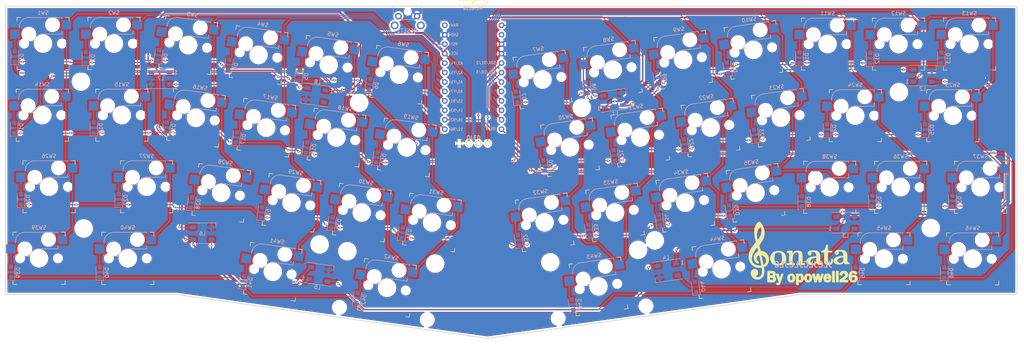
<source format=kicad_pcb>
(kicad_pcb (version 20210126) (generator pcbnew)
  (layers (0 "F.Cu" signal "Front") (1 "In1.Cu" signal) (2 "In2.Cu" signal) (31 "B.Cu" signal "Back") (34 "B.Paste" user) (35 "F.Paste" user) (36 "B.SilkS" user "B.Silkscreen") (37 "F.SilkS" user "F.Silkscreen") (38 "B.Mask" user) (39 "F.Mask" user) (44 "Edge.Cuts" user))
  (net 0 "")
  (net 1 "ROW0")
  (net 2 "RotS1")
  (net 3 "Net-(D2-Pad2)")
  (net 4 "Net-(D3-Pad2)")
  (net 5 "Net-(D4-Pad2)")
  (net 6 "Net-(D5-Pad2)")
  (net 7 "Net-(D6-Pad2)")
  (net 8 "Net-(D7-Pad2)")
  (net 9 "Net-(D8-Pad2)")
  (net 10 "Net-(D9-Pad2)")
  (net 11 "Net-(D10-Pad2)")
  (net 12 "Net-(D11-Pad2)")
  (net 13 "Net-(D12-Pad2)")
  (net 14 "Net-(D13-Pad2)")
  (net 15 "ROW1")
  (net 16 "Net-(D14-Pad2)")
  (net 17 "Net-(D15-Pad2)")
  (net 18 "Net-(D16-Pad2)")
  (net 19 "Net-(D17-Pad2)")
  (net 20 "Net-(D18-Pad2)")
  (net 21 "Net-(D19-Pad2)")
  (net 22 "Net-(D20-Pad2)")
  (net 23 "Net-(D21-Pad2)")
  (net 24 "Net-(D22-Pad2)")
  (net 25 "Net-(D23-Pad2)")
  (net 26 "Net-(D24-Pad2)")
  (net 27 "Net-(D25-Pad2)")
  (net 28 "ROW2")
  (net 29 "Net-(D26-Pad2)")
  (net 30 "Net-(D27-Pad2)")
  (net 31 "Net-(D28-Pad2)")
  (net 32 "Net-(D29-Pad2)")
  (net 33 "Net-(D30-Pad2)")
  (net 34 "Net-(D31-Pad2)")
  (net 35 "Net-(D32-Pad2)")
  (net 36 "Net-(D33-Pad2)")
  (net 37 "Net-(D34-Pad2)")
  (net 38 "Net-(D35-Pad2)")
  (net 39 "Net-(D36-Pad2)")
  (net 40 "Net-(D37-Pad2)")
  (net 41 "Net-(D38-Pad2)")
  (net 42 "ROW3")
  (net 43 "Net-(D39-Pad2)")
  (net 44 "Net-(D40-Pad2)")
  (net 45 "Net-(D41-Pad2)")
  (net 46 "Net-(D42-Pad2)")
  (net 47 "Net-(D43-Pad2)")
  (net 48 "Net-(D44-Pad2)")
  (net 49 "Net-(D45-Pad2)")
  (net 50 "Net-(D46-Pad2)")
  (net 51 "COL0")
  (net 52 "COL1")
  (net 53 "COL2")
  (net 54 "COL3")
  (net 55 "COL4")
  (net 56 "COL5")
  (net 57 "COL6")
  (net 58 "COL7")
  (net 59 "COL8")
  (net 60 "COL9")
  (net 62 "GND")
  (net 63 "/RESET")
  (net 64 "VCC")
  (net 65 "SDA")
  (net 66 "SCL")
  (net 67 "LED")
  (net 68 "Net-(L1-Pad4)")
  (net 69 "Net-(L2-Pad4)")
  (net 70 "Net-(L3-Pad4)")
  (net 71 "Net-(L4-Pad4)")
  (net 72 "Net-(L5-Pad2)")
  (net 73 "Net-(L6-Pad2)")
  (net 74 "Net-(L7-Pad2)")
  (footprint "Keyswitches:Kailh_socket_MX" (layer "F.Cu") (at 296.8 94.82)
    (fp_text reference "SW24")
    (fp_text value "MXSwitch")
  )
  (footprint "Keyswitches:Kailh_socket_MX" (layer "F.Cu") (at 77.71 133.16)
    (fp_text reference "SW39")
    (fp_text value "MXSwitch")
  )
  (footprint "kbd:M2_Hole_NPTH_Outside" (layer "F.Cu") (at 317.06 125.04)
    (fp_text reference "H4" hide)
    (fp_text value "Hole")
  )
  (footprint "Keyswitches:Kailh_socket_MX" (layer "F.Cu") (at 227.87 140.73 8)
    (fp_text reference "SW43")
    (fp_text value "MXSwitch")
  )
  (footprint "kbd:M2_Hole_NPTH_Outside" (layer "F.Cu") (at 88.96 85.66)
    (fp_text reference "H1" hide)
    (fp_text value "Hole")
  )
  (footprint "Keyswitches:Kailh_socket_MX" (layer "F.Cu") (at 231.72 82.49 8)
    (fp_text reference "SW8")
    (fp_text value "MXSwitch")
  )
  (footprint "Keyswitches:Kailh_socket_MX" (layer "F.Cu") (at 136.62 78.53 -8)
    (fp_text reference "SW4")
    (fp_text value "MXSwitch")
  )
  (footprint "Keyswitches:Kailh_socket_MX" (layer "F.Cu") (at 328.32 133.31)
    (fp_text reference "SW46")
    (fp_text value "MXSwitch")
  )
  (footprint "Keyswitches:Kailh_socket_MX" (layer "F.Cu") (at 97.82 75.45)
    (fp_text reference "SW2")
    (fp_text value "MXSwitch")
  )
  (footprint "Keyswitches:Kailh_socket_MX" (layer "F.Cu") (at 138.69 98.06 -8)
    (fp_text reference "SW17")
    (fp_text value "MXSwitch")
  )
  (footprint "Keyswitches:Kailh_socket_MX" (layer "F.Cu") (at 232.32 120.86 8)
    (fp_text reference "SW33")
    (fp_text value "MXSwitch")
  )
  (footprint "Keyswitches:Kailh_socket_MX" (layer "F.Cu") (at 212.86 85.13 8)
    (fp_text reference "SW7")
    (fp_text value "MXSwitch")
  )
  (footprint "Keyswitches:Kailh_socket_MX" (layer "F.Cu") (at 80.39 113.93)
    (fp_text reference "SW26")
    (fp_text value "MXSwitch")
  )
  (footprint "Keyswitches:Kailh_socket_MX" (layer "F.Cu") (at 330.42 114.06)
    (fp_text reference "SW37")
    (fp_text value "MXSwitch")
  )
  (footprint "Keyswitches:Kailh_socket_MX" (layer "F.Cu") (at 327.45 75.57)
    (fp_text reference "SW13")
    (fp_text value "MXSwitch")
  )
  (footprint "Keyswitches:Kailh_socket_MX" (layer "F.Cu") (at 183.19 123.55 -8)
    (fp_text reference "SW31")
    (fp_text value "MXSwitch")
  )
  (footprint "Keyswitches:Kailh_socket_MX" (layer "F.Cu") (at 164.34 120.88 -8)
    (fp_text reference "SW30")
    (fp_text value "MXSwitch")
  )
  (footprint "Keyswitches:Kailh_socket_MX" (layer "F.Cu") (at 308.41 75.59)
    (fp_text reference "SW12")
    (fp_text value "MXSwitch")
  )
  (footprint "Keyswitches:Kailh_socket_MX" (layer "F.Cu") (at 220.22 103.33 8)
    (fp_text reference "SW20")
    (fp_text value "MXSwitch")
  )
  (footprint "Keyswitches:Kailh_socket_MX" (layer "F.Cu") (at 171.11 141.09 -8)
    (fp_text reference "SW42")
    (fp_text value "MXSwitch")
  )
  (footprint "Keyswitches:Kailh_socket_MX" (layer "F.Cu") (at 289.93 114.07)
    (fp_text reference "SW38")
    (fp_text value "MXSwitch")
  )
  (footprint "Keyswitches:Kailh_socket_MX" (layer "F.Cu") (at 260.9 136.09 8)
    (fp_text reference "SW44")
    (fp_text value "MXSwitch")
  )
  (footprint "Keyswitches:Kailh_socket_MX" (layer "F.Cu") (at 270.03 115.57 8)
    (fp_text reference "SW35")
    (fp_text value "MXSwitch")
  )
  (footprint "kbd:ProMicro_v3" (layer "F.Cu") (at 194.23 85.005)
    (fp_text reference "U1" hide)
    (fp_text value "ProMicro" hide)
  )
  (footprint "Keyswitches:Kailh_socket_MX" (layer "F.Cu") (at 174.36 83.83 -8)
    (fp_text reference "SW6")
    (fp_text value "MXSwitch")
  )
  (footprint "Keyswitches:Kailh_socket_MX" (layer "F.Cu") (at 289.37 75.58)
    (fp_text reference "SW11")
    (fp_text value "MXSwitch")
  )
  (footprint "kbd:M2_Hole_NPTH_Outside" (layer "F.Cu") (at 308.5 88.51)
    (fp_text reference "H3" hide)
    (fp_text value "Hole")
  )
  (footprint "Keyswitches:Stabilizer_MX_2u" (layer "F.Cu") (at 171.106314 141.099137 172)
    (fp_text reference "ST1" hide)
    (fp_text value "Stabilizer" hide)
  )
  (footprint "Keyswitches:Kailh_socket_MX" (layer "F.Cu") (at 140.46 136.77 -8)
    (fp_text reference "SW41")
    (fp_text value "MXSwitch")
  )
  (footprint "Keyswitches:Stabilizer_MX_2u" (layer "F.Cu") (at 227.872066 140.736818 -172)
    (fp_text reference "ST2" hide)
    (fp_text value "Stabilizer" hide)
  )
  (footprint "kbd:OLED_v2" (layer "F.Cu") (at 194.34 102.26)
    (fp_text reference "J1")
    (fp_text value "Conn_01x04" hide)
  )
  (footprint "Keyswitches:Kailh_socket_MX" (layer "F.Cu") (at 257.96 98.03 8)
    (fp_text reference "SW22")
    (fp_text value "MXSwitch")
  )
  (footprint "Keyswitches:Kailh_socket_MX" (layer "F.Cu") (at 106.59 113.93)
    (fp_text reference "SW27")
    (fp_text value "MXSwitch")
  )
  (footprint "Keyswitches:Kailh_socket_MX" (layer "F.Cu") (at 119.82 95.41 -8)
    (fp_text reference "SW16")
    (fp_text value "MXSwitch")
  )
  (footprint "Keyswitches:Kailh_socket_MX" (layer "F.Cu") (at 78.78 75.44)
    (fp_text reference "SW1")
    (fp_text value "MXSwitch")
  )
  (footprint "Keyswitches:Kailh_socket_MX" (layer "F.Cu") (at 117.75 75.87 -8)
    (fp_text reference "SW3")
    (fp_text value "MXSwitch")
  )
  (footprint "Keyswitches:Kailh_socket_MX" (layer "F.Cu") (at 251.18 118.22 8)
    (fp_text reference "SW34")
    (fp_text value "MXSwitch")
  )
  (footprint "Keyswitches:Kailh_socket_MX" (layer "F.Cu") (at 126.6 115.59 -8)
    (fp_text reference "SW28")
    (fp_text value "MXSwitch")
  )
  (footprint "Keyswitches:Kailh_socket_MX" (layer "F.Cu") (at 99.93 94.69)
    (fp_text reference "SW15")
    (fp_text value "MXSwitch")
  )
  (footprint "Keyswitches:Kailh_socket_MX" (layer "F.Cu") (at 145.47 118.24 -8)
    (fp_text reference "SW29")
    (fp_text value "MXSwitch")
  )
  (footprint "Keyswitches:Kailh_socket_MX" (layer "F.Cu") (at 78.59 94.69)
    (fp_text reference "SW14")
    (fp_text value "MXSwitch")
  )
  (footprint "Keyswitches:Kailh_socket_MX" (layer "F.Cu") (at 155.48 81.18 -8)
    (fp_text reference "SW5")
    (fp_text value "MXSwitch")
  )
  (footprint "Keyswitches:Kailh_socket_MX" (layer "F.Cu") (at 322.98 94.83)
    (fp_text reference "SW25")
    (fp_text value "MXSwitch")
  )
  (footprint "Keyswitches:Kailh_socket_MX" (layer "F.Cu") (at 176.41 103.37 -8)
    (fp_text reference "SW19")
    (fp_text value "MXSwitch")
  )
  (footprint "Keyswitches:Kailh_socket_MX" (layer "F.Cu") (at 239.09 100.68 8)
    (fp_text reference "SW21")
    (fp_text value "MXSwitch")
  )
  (footprint "kbd:M2_Hole_NPTH_Outside" (layer "F.Cu") (at 242.99 128.34)
    (fp_text reference "H7" hide)
    (fp_text value "Hole")
  )
  (footprint "Keyswitches:Kailh_socket_MX" (layer "F.Cu") (at 269.45 77.16 8)
    (fp_text reference "SW10")
    (fp_text value "MXSwitch")
  )
  (footprint "Graphic:sonata_label" (layer "F.Cu") (at 281.69 134.72)
    (fp_text reference "G1" hide)
    (fp_text value "Graphic" hide)
  )
  (footprint "Keyswitches:Kailh_socket_MX" (layer "F.Cu") (at 276.82 95.38 8)
    (fp_text reference "SW23")
    (fp_text value "MXSwitch")
  )
  (footprint "Keyswitches:Kailh_socket_MX" (layer "F.Cu") (at 308.99 114.06)
    (fp_text reference "SW36")
    (fp_text value "MXSwitch")
  )
  (footprint "kbd:M2_Hole_NPTH_Outside" (layer "F.Cu") (at 163.64 91.33)
    (fp_text reference "H5" hide)
    (fp_text value "Hole")
  )
  (footprint "Keyswitches:Kailh_socket_MX" (layer "F.Cu") (at 213.43 123.52 8)
    (fp_text reference "SW32")
    (fp_text value "MXSwitch")
  )
  (footprint "kbd:M2_Hole_NPTH_Outside" (layer "F.Cu") (at 153.02 129.44)
    (fp_text reference "H6" hide)
    (fp_text value "Hole")
  )
  (footprint "Keyswitches:Kailh_socket_MX" (layer "F.Cu") (at 157.55 100.71 -8)
    (fp_text reference "SW18")
    (fp_text value "MXSwitch")
  )
  (footprint "kbd:M2_Hole_NPTH_Outside" (layer "F.Cu") (at 89.69 125.15)
    (fp_text reference "H2" hide)
    (fp_text value "Hole")
  )
  (footprint "Keyswitches:Kailh_socket_MX" (layer "F.Cu") (at 101.54 133.18)
    (fp_text reference "SW40")
    (fp_text value "MXSwitch")
  )
  (footprint "Keyswitches:Kailh_socket_MX" (layer "F.Cu") (at 250.58 79.82 8)
    (fp_text reference "SW9")
    (fp_text value "MXSwitch")
  )
  (footprint "kbd:M2_Hole_NPTH_Outside" (layer "F.Cu") (at 223.38 92.7)
    (fp_text reference "H8" hide)
    (fp_text value "Hole")
  )
  (footprint "Keyswitches:Kailh_socket_MX" (layer "F.Cu") (at 304.5 133.29)
    (fp_text reference "SW45")
    (fp_text value "MXSwitch")
  )
  (footprint "Diode_SMD:D_SOD-123F" (layer "B.Cu") (at 90.26 79.13 90)
    (fp_text reference "D2")
    (fp_text value "1N4148")
  )
  (footprint "Diode_SMD:D_SOD-123F" (layer "B.Cu") (at 322.87 117.73 90)
    (fp_text reference "D37")
    (fp_text value "1N4148")
  )
  (footprint "Diode_SMD:D_SOD-123F" (layer "B.Cu") (at 253.93 140.88 98)
    (fp_text reference "D44")
    (fp_text value "1N4148")
  )
  (footprint "LED_SMD:LED_WS2812B_PLCC4_5.0x5.0mm_P3.2mm" (layer "B.Cu") (at 231.81 90.69 8)
    (fp_text reference "L1")
    (fp_text value "WS2812B")
  )
  (footprint "Diode_SMD:D_SOD-123F" (layer "B.Cu") (at 71.18 78.93 90)
    (fp_text reference "D1")
    (fp_text value "1N4148")
  )
  (footprint "LED_SMD:LED_WS2812B_PLCC4_5.0x5.0mm_P3.2mm" (layer "B.Cu") (at 110.34 84.77 180)
    (fp_text reference "L7")
    (fp_text value "WS2812B")
  )
  (footprint "Diode_SMD:D_SOD-123F" (layer "B.Cu") (at 315.47 98.51 90)
    (fp_text reference "D25")
    (fp_text value "1N4148")
  )
  (footprint "Diode_SMD:D_SOD-123F" (layer "B.Cu") (at 289.25 98.53 90)
    (fp_text reference "D24")
    (fp_text value "1N4148")
  )
  (footprint "Diode_SMD:D_SOD-123F" (layer "B.Cu") (at 109.77 78.6 82)
    (fp_text reference "D3")
    (fp_text value "1N4148")
  )
  (footprint "Diode_SMD:D_SOD-123F" (layer "B.Cu") (at 156.31 123.56 82)
    (fp_text reference "D30")
    (fp_text value "1N4148")
  )
  (footprint "Diode_SMD:D_SOD-123F" (layer "B.Cu") (at 92.4 98.07 90)
    (fp_text reference "D15")
    (fp_text value "1N4148")
  )
  (footprint "LED_SMD:LED_WS2812B_PLCC4_5.0x5.0mm_P3.2mm" (layer "B.Cu") (at 314.87 84.06)
    (fp_text reference "L2")
    (fp_text value "WS2812B")
  )
  (footprint "Diode_SMD:D_SOD-123F" (layer "B.Cu") (at 282.43 117.88 90)
    (fp_text reference "D38")
    (fp_text value "1N4148")
  )
  (footprint "Diode_SMD:D_SOD-123F" (layer "B.Cu") (at 70.18 136.85 90)
    (fp_text reference "D39")
    (fp_text value "1N4148")
  )
  (footprint "Diode_SMD:D_SOD-123F" (layer "B.Cu") (at 71.06 98.13 90)
    (fp_text reference "D14")
    (fp_text value "1N4148")
  )
  (footprint "LED_SMD:LED_WS2812B_PLCC4_5.0x5.0mm_P3.2mm" (layer "B.Cu") (at 151.96 89.25 172)
    (fp_text reference "L8")
    (fp_text value "WS2812B")
  )
  (footprint "Diode_SMD:D_SOD-123F" (layer "B.Cu") (at 319.9 79.2625 90)
    (fp_text reference "D13")
    (fp_text value "1N4148")
  )
  (footprint "LED_SMD:LED_WS2812B_PLCC4_5.0x5.0mm_P3.2mm" (layer "B.Cu") (at 152.9 137.48 -8)
    (fp_text reference "L5")
    (fp_text value "WS2812B")
  )
  (footprint "Diode_SMD:D_SOD-123F" (layer "B.Cu") (at 72.88 117.3425 90)
    (fp_text reference "D26")
    (fp_text value "1N4148")
  )
  (footprint "Diode_SMD:D_SOD-123F" (layer "B.Cu") (at 166.4 86.38 82)
    (fp_text reference "D6")
    (fp_text value "1N4148")
  )
  (footprint "Keebio:SW_Tactile_SPST_Angled_MJTP1117" (layer "B.Cu") (at 179.18 68.0725 180)
    (fp_text reference "RESET1")
    (fp_text value "SW_Push")
  )
  (footprint "Diode_SMD:D_SOD-123F" (layer "B.Cu") (at 147.5 83.87 82)
    (fp_text reference "D5")
    (fp_text value "1N4148")
  )
  (footprint "Diode_SMD:D_SOD-123F" (layer "B.Cu") (at 130.7 100.69 82)
    (fp_text reference "D17")
    (fp_text value "1N4148")
  )
  (footprint "LED_SMD:LED_WS2812B_PLCC4_5.0x5.0mm_P3.2mm" (layer "B.Cu") (at 294.18 123.58)
    (fp_text reference "L3")
    (fp_text value "WS2812B")
  )
  (footprint "LED_SMD:LED_WS2812B_PLCC4_5.0x5.0mm_P3.2mm" (layer "B.Cu") (at 246.45 136.47 -172)
    (fp_text reference "L4")
    (fp_text value "WS2812B")
  )
  (footprint "Diode_SMD:D_SOD-123F" (layer "B.Cu") (at 263.1 120.35 98)
    (fp_text reference "D35")
    (fp_text value "1N4148")
  )
  (footprint "Diode_SMD:D_SOD-123F" (layer "B.Cu") (at 232.14 105.51 98)
    (fp_text reference "D21")
    (fp_text value "1N4148")
  )
  (footprint "Diode_SMD:D_SOD-123F" (layer "B.Cu") (at 206.46 128.28 98)
    (fp_text reference "D32")
    (fp_text value "1N4148")
  )
  (footprint "Diode_SMD:D_SOD-123F" (layer "B.Cu") (at 301.4 117.7525 90)
    (fp_text reference "D36")
    (fp_text value "1N4148")
  )
  (footprint "Diode_SMD:D_SOD-123F" (layer "B.Cu") (at 224.75 87.27 98)
    (fp_text reference "D8")
    (fp_text value "1N4148")
  )
  (footprint "Diode_SMD:D_SOD-123F" (layer "B.Cu") (at 281.84 79.2125 90)
    (fp_text reference "D11")
    (fp_text value "1N4148")
  )
  (footprint "Diode_SMD:D_SOD-123F" (layer "B.Cu") (at 168.4 106.03 82)
    (fp_text reference "D19")
    (fp_text value "1N4148")
  )
  (footprint "Diode_SMD:D_SOD-123F" (layer "B.Cu") (at 149.53 103.41 82)
    (fp_text reference "D18")
    (fp_text value "1N4148")
  )
  (footprint "LED_SMD:LED_WS2812B_PLCC4_5.0x5.0mm_P3.2mm" (layer "B.Cu") (at 121.53 126.44)
    (fp_text reference "L6")
    (fp_text value "WS2812B")
  )
  (footprint "Diode_SMD:D_SOD-123F" (layer "B.Cu") (at 128.64 81.17 82)
    (fp_text reference "D4")
    (fp_text value "1N4148")
  )
  (footprint "Diode_SMD:D_SOD-123F" (layer "B.Cu") (at 111.85 97.98 82)
    (fp_text reference "D16")
    (fp_text value "1N4148")
  )
  (footprint "Diode_SMD:D_SOD-123F" (layer "B.Cu") (at 269.8 99.99 98)
    (fp_text reference "D23")
    (fp_text value "1N4148")
  )
  (footprint "Diode_SMD:D_SOD-123F" (layer "B.Cu") (at 262.5 81.99 98)
    (fp_text reference "D10")
    (fp_text value "1N4148")
  )
  (footprint "Diode_SMD:D_SOD-123F" (layer "B.Cu") (at 99.08 117.3125 90)
    (fp_text reference "D27")
    (fp_text value "1N4148")
  )
  (footprint "Diode_SMD:D_SOD-123F" (layer "B.Cu") (at 163.08 143.84 82)
    (fp_text reference "D42")
    (fp_text value "1N4148")
  )
  (footprint "Diode_SMD:D_SOD-123F" (layer "B.Cu") (at 213.25 108.19 98)
    (fp_text reference "D20")
    (fp_text value "1N4148")
  )
  (footprint "Diode_SMD:D_SOD-123F" (layer "B.Cu") (at 250.95 102.57 98)
    (fp_text reference "D22")
    (fp_text value "1N4148")
  )
  (footprint "Diode_SMD:D_SOD-123F" (layer "B.Cu") (at 175.19 126.29 82)
    (fp_text reference "D31")
    (fp_text value "1N4148")
  )
  (footprint "Diode_SMD:D_SOD-123F" (layer "B.Cu") (at 244.235158 122.853625 98)
    (fp_text reference "D34")
    (fp_text value "1N4148")
  )
  (footprint "Diode_SMD:D_SOD-123F" (layer "B.Cu") (at 132.53 139.34 82)
    (fp_text reference "D41")
    (fp_text value "1N4148")
  )
  (footprint "Diode_SMD:D_SOD-123F" (layer "B.Cu") (at 225.32 125.51 98)
    (fp_text reference "D33")
    (fp_text value "1N4148")
  )
  (footprint "Diode_SMD:D_SOD-123F" (layer "B.Cu") (at 220.94 145.63 98)
    (fp_text reference "D43")
    (fp_text value "1N4148")
  )
  (footprint "Diode_SMD:D_SOD-123F" (layer "B.Cu") (at 320.7 137.02 90)
    (fp_text reference "D46")
    (fp_text value "1N4148")
  )
  (footprint "Diode_SMD:D_SOD-123F" (layer "B.Cu") (at 205.91 89.83 98)
    (fp_text reference "D7")
    (fp_text value "1N4148")
  )
  (footprint "Diode_SMD:D_SOD-123F" (layer "B.Cu") (at 243.68 84.64 98)
    (fp_text reference "D9")
    (fp_text value "1N4148")
  )
  (footprint "Diode_SMD:D_SOD-123F" (layer "B.Cu") (at 118.61 118.18 82)
    (fp_text reference "D28")
    (fp_text value "1N4148")
  )
  (footprint "Diode_SMD:D_SOD-123F" (layer "B.Cu") (at 137.43 120.83 82)
    (fp_text reference "D29")
    (fp_text value "1N4148")
  )
  (footprint "Diode_SMD:D_SOD-123F" (layer "B.Cu") (at 296.9 136.98 90)
    (fp_text reference "D45")
    (fp_text value "1N4148")
  )
  (footprint "Diode_SMD:D_SOD-123F" (layer "B.Cu") (at 94.04 136.8925 90)
    (fp_text reference "D40")
    (fp_text value "1N4148")
  )
  (footprint "Diode_SMD:D_SOD-123F" (layer "B.Cu") (at 300.8 79.38 90)
    (fp_text reference "D12")
    (fp_text value "1N4148")
  )
  (gr_line (start 340.220001 107.411436) (end 340.220001 116.911436) (layer "Edge.Cuts") (width 0.2))
  (gr_line (start 94.72 65.411436) (end 120.72 65.411436) (layer "Edge.Cuts") (width 0.2))
  (gr_arc (start 69.22 65.911436) (end 69.22 65.411436) (angle -90) (layer "Edge.Cuts") (width 0.2))
  (gr_arc (start 281.863392 143.411435) (end 281.863392 142.911436) (angle -7.979477772) (layer "Edge.Cuts") (width 0.2))
  (gr_line (start 326.22 65.411436) (end 339.720001 65.411436) (layer "Edge.Cuts") (width 0.2))
  (gr_line (start 340.220001 91.911436) (end 340.220001 92.911436) (layer "Edge.Cuts") (width 0.2))
  (gr_line (start 340.220001 97.411436) (end 340.220001 104.911436) (layer "Edge.Cuts") (width 0.2))
  (gr_arc (start 339.720001 65.911435) (end 340.220001 65.911436) (angle -90) (layer "Edge.Cuts") (width 0.2))
  (gr_line (start 194.220001 65.411436) (end 204.720001 65.411436) (layer "Edge.Cuts") (width 0.2))
  (gr_line (start 340.220001 106.911436) (end 340.220001 107.411436) (layer "Edge.Cuts") (width 0.2))
  (gr_line (start 340.220001 106.411436) (end 340.220001 106.911436) (layer "Edge.Cuts") (width 0.2))
  (gr_line (start 281.793983 142.916277) (end 198.131441 154.643723) (layer "Edge.Cuts") (width 0.2))
  (gr_line (start 339.720001 142.911436) (end 336.22 142.911436) (layer "Edge.Cuts") (width 0.2))
  (gr_arc (start 114.718061 143.411436) (end 114.787844 142.916329) (angle -8.022772697) (layer "Edge.Cuts") (width 0.2))
  (gr_line (start 340.220001 65.911436) (end 340.220001 88.661436) (layer "Edge.Cuts") (width 0.2))
  (gr_line (start 340.220001 116.911436) (end 340.220001 142.411436) (layer "Edge.Cuts") (width 0.2))
  (gr_line (start 207.72 65.411436) (end 326.22 65.411436) (layer "Edge.Cuts") (width 0.2))
  (gr_arc (start 339.720001 142.411436) (end 339.720001 142.911436) (angle -90) (layer "Edge.Cuts") (width 0.2))
  (gr_line (start 191.720001 65.411436) (end 194.220001 65.411436) (layer "Edge.Cuts") (width 0.2))
  (gr_line (start 340.220001 92.911436) (end 340.220001 96.411436) (layer "Edge.Cuts") (width 0.2))
  (gr_line (start 114.718061 142.911436) (end 69.22 142.911436) (layer "Edge.Cuts") (width 0.2))
  (gr_line (start 68.72 142.411436) (end 68.72 137.911436) (layer "Edge.Cuts") (width 0.2))
  (gr_arc (start 69.22 142.411436) (end 68.72 142.411436) (angle -90) (layer "Edge.Cuts") (width 0.2))
  (gr_line (start 204.720001 65.411436) (end 207.72 65.411436) (layer "Edge.Cuts") (width 0.2))
  (gr_line (start 120.72 65.411436) (end 122.72 65.411436) (layer "Edge.Cuts") (width 0.2))
  (gr_line (start 340.220001 88.661436) (end 340.220001 91.911436) (layer "Edge.Cuts") (width 0.2))
  (gr_line (start 336.22 142.911436) (end 281.863392 142.911436) (layer "Edge.Cuts") (width 0.2))
  (gr_arc (start 198.062031 154.148565) (end 197.992248 154.643671) (angle -16.00225047) (layer "Edge.Cuts") (width 0.2))
  (gr_line (start 68.72 137.911436) (end 68.72 70.411436) (layer "Edge.Cuts") (width 0.2))
  (gr_line (start 69.22 65.411436) (end 94.72 65.411436) (layer "Edge.Cuts") (width 0.2))
  (gr_line (start 68.72 68.911436) (end 68.72 65.911436) (layer "Edge.Cuts") (width 0.2))
  (gr_line (start 122.72 65.411436) (end 191.720001 65.411436) (layer "Edge.Cuts") (width 0.2))
  (gr_line (start 197.992248 154.643671) (end 114.787844 142.916329) (layer "Edge.Cuts") (width 0.2))
  (gr_line (start 68.72 70.411436) (end 68.72 68.911436) (layer "Edge.Cuts") (width 0.2))
  (gr_line (start 340.220001 104.911436) (end 340.220001 106.411436) (layer "Edge.Cuts") (width 0.2))
  (gr_line (start 340.220001 96.411436) (end 340.220001 97.411436) (layer "Edge.Cuts") (width 0.2))
  (gr_text "JLCJLCJLCJLC" (at 282.84 134.85) (layer "B.SilkS") (effects (font (size 1.524 1.524) (thickness 0.3048)) (justify mirror)))
  (segment (start 179.04 104.34) (end 181.65 106.95) (width 0.25) (layer "F.Cu") (net 1))
  (segment (start 105.26 80.53) (end 105.75 80.04) (width 0.25) (layer "F.Cu") (net 1))
  (segment (start 158.36758 88.38758) (end 181.62198 88.38758) (width 0.25) (layer "F.Cu") (net 1))
  (segment (start 179.04 102.27) (end 179.04 104.34) (width 0.25) (layer "F.Cu") (net 1))
  (segment (start 181.65 106.95) (end 205.0126 106.95) (width 0.25) (layer "F.Cu") (net 1))
  (segment (start 91.97 80.53) (end 105.26 80.53) (width 0.25) (layer "F.Cu") (net 1))
  (segment (start 73.12 83.35) (end 83.65 83.35) (width 0.25) (layer "F.Cu") (net 1))
  (segment (start 85.94 80.35) (end 86.02 80.43) (width 0.25) (layer "F.Cu") (net 1))
  (segment (start 247.8 83.64) (end 245.44 86) (width 0.25) (layer "F.Cu") (net 1))
  (segment (start 105.75 80.04) (end 105.86 79.93) (width 0.25) (layer "F.Cu") (net 1))
  (segment (start 83.65 83.35) (end 83.66 83.36) (width 0.25) (layer "F.Cu") (net 1))
  (segment (start 181.62198 88.38758) (end 186.6214 93.387) (width 0.25) (layer "F.Cu") (net 1))
  (segment (start 83.66 83.36) (end 86.22 83.36) (width 0.25) (layer "F.Cu") (net 1))
  (segment (start 225.01 90.03) (end 227.22 92.24) (width 0.25) (layer "F.Cu") (net 1))
  (segment (start 227.22 92.24) (end 239.33 92.24) (width 0.25) (layer "F.Cu") (net 1))
  (segment (start 105.86 79.93) (end 107.81 79.93) (width 0.25) (layer "F.Cu") (net 1))
  (segment (start 260.71 83.64) (end 247.8 83.64) (width 0.25) (layer "F.Cu") (net 1))
  (segment (start 220.65 91.2) (end 223.13 88.72) (width 0.25) (layer "F.Cu") (net 1))
  (segment (start 279.4 81.08) (end 279.82 80.66) (width 0.25) (layer "F.Cu") (net 1))
  (segment (start 208.28 91.2) (end 220.65 91.2) (width 0.25) (layer "F.Cu") (net 1))
  (segment (start 239.33 92.24) (end 243.82 87.75) (width 0.25) (layer "F.Cu") (net 1))
  (segment (start 85.99 80.4) (end 86.02 80.43) (width 0.25) (layer "F.Cu") (net 1))
  (segment (start 264.95 81.08) (end 279.4 81.08) (width 0.25) (layer "F.Cu") (net 1))
  (segment (start 141.89 84.39) (end 144.23 84.39) (width 0.25) (layer "F.Cu") (net 1))
  (segment (start 205.0126 106.95) (end 205.15 106.8126) (width 0.25) (layer "F.Cu") (net 1))
  (segment (start 283.79 80.64) (end 298.79 80.64) (width 0.25) (layer "F.Cu") (net 1))
  (segment (start 111.59 79.99) (end 125.56 79.99) (width 0.25) (layer "F.Cu") (net 1))
  (segment (start 86.22 83.36) (end 86.83242 82.74758) (width 0.25) (layer "F.Cu") (net 1))
  (segment (start 163.2 85.27) (end 163.3 85.37) (width 0.25) (layer "F.Cu") (net 1))
  (segment (start 298.79 80.64) (end 298.83 80.68) (width 0.25) (layer "F.Cu") (net 1))
  (segment (start 73.26 80.35) (end 85.94 80.35) (width 0.25) (layer "F.Cu") (net 1))
  (segment (start 144.23 84.39) (end 144.71 84.87) (width 0.25) (layer "F.Cu") (net 1))
  (segment (start 125.56 79.99) (end 126.67 81.1) (width 0.25) (layer "F.Cu") (net 1))
  (segment (start 152.72758 82.74758) (end 158.36758 88.38758) (width 0.25) (layer "F.Cu") (net 1))
  (segment (start 86.83242 82.74758) (end 152.72758 82.74758) (width 0.25) (layer "F.Cu") (net 1))
  (segment (start 156.95 85.27) (end 163.2 85.27) (width 0.25) (layer "F.Cu") (net 1))
  (via (at 111.59 79.99) (size 0.6) (drill 0.3) (layers "F.Cu" "B.Cu") (net 1))
  (via (at 279.82 80.66) (size 0.6) (drill 0.3) (layers "F.Cu" "B.Cu") (net 1))
  (via (at 73.12 83.35) (size 0.6) (drill 0.3) (layers "F.Cu" "B.Cu") (net 1))
  (via (at 86.02 80.43) (size 0.6) (drill 0.3) (layers "F.Cu" "B.Cu") (net 1))
  (via (at 243.82 87.75) (size 0.6) (drill 0.3) (layers "F.Cu" "B.Cu") (net 1))
  (via (at 225.01 90.03) (size 0.6) (drill 0.3) (layers "F.Cu" "B.Cu") (net 1))
  (via (at 144.71 84.87) (size 0.6) (drill 0.3) (layers "F.Cu" "B.Cu") (net 1))
  (via (at 141.89 84.39) (size 0.6) (drill 0.3) (layers "F.Cu" "B.Cu") (net 1))
  (via (at 223.13 88.72) (size 0.6) (drill 0.3) (layers "F.Cu" "B.Cu") (net 1))
  (via (at 208.28 91.2) (size 0.6) (drill 0.3) (layers "F.Cu" "B.Cu") (net 1))
  (via (at 73.26 80.35) (size 0.6) (drill 0.3) (layers "F.Cu" "B.Cu") (net 1))
  (via (at 298.83 80.68) (size 0.6) (drill 0.3) (layers "F.Cu" "B.Cu") (net 1))
  (via (at 260.71 83.64) (size 0.6) (drill 0.3) (layers "F.Cu" "B.Cu") (net 1))
  (via (at 245.44 86) (size 0.6) (drill 0.3) (layers "F.Cu" "B.Cu") (net 1))
  (via (at 126.67 81.1) (size 0.6) (drill 0.3) (layers "F.Cu" "B.Cu") (net 1))
  (via (at 283.79 80.64) (size 0.6) (drill 0.3) (layers "F.Cu" "B.Cu") (net 1))
  (via (at 156.95 85.27) (size 0.6) (drill 0.3) (layers "F.Cu" "B.Cu") (net 1))
  (via (at 91.97 80.53) (size 0.6) (drill 0.3) (layers "F.Cu" "B.Cu") (net 1))
  (via (at 264.95 81.08) (size 0.6) (drill 0.3) (layers "F.Cu" "B.Cu") (net 1))
  (via (at 107.81 79.93) (size 0.6) (drill 0.3) (layers "F.Cu" "B.Cu") (net 1))
  (via (at 179.04 102.27) (size 0.6) (drill 0.3) (layers "F.Cu" "B.Cu") (net 1))
  (via (at 163.3 85.37) (size 0.6) (drill 0.3) (layers "F.Cu" "B.Cu") (net 1))
  (via (at 205.15 106.8126) (size 0.6) (drill 0.3) (layers "F.Cu" "B.Cu") (net 1))
  (segment (start 206.104842 91.216375) (end 208.263625 91.216375) (width 0.25) (layer "B.Cu") (net 1))
  (segment (start 109.575158 79.986375) (end 111.586375 79.986375) (width 0.25) (layer "B.Cu") (net 1))
  (segment (start 300.7 80.68) (end 300.8 80.78) (width 0.25) (layer "B.Cu") (net 1))
  (segment (start 243.874842 86.026375) (end 245.413625 86.026375) (width 0.25) (layer "B.Cu") (net 1))
  (segment (start 107.81 79.93) (end 109.518783 79.93) (width 0.25) (layer "B.Cu") (net 1))
  (segment (start 224.944842 89.964842) (end 225.01 90.03) (width 0.25) (layer "B.Cu") (net 1))
  (segment (start 245.413625 86.026375) (end 245.44 86) (width 0.25) (layer "B.Cu") (net 1))
  (segment (start 279.82 80.66) (end 281.7925 80.66) (width 0.25) (layer "B.Cu") (net 1))
  (segment (start 206.104842 105.857758) (end 205.15 106.8126) (width 0.25) (layer "B.Cu") (net 1))
  (segment (start 128.445158 82.556375) (end 140.056375 82.556375) (width 0.25) (layer "B.Cu") (net 1))
  (segment (start 111.586375 79.986375) (end 111.59 79.99) (width 0.25) (layer "B.Cu") (net 1))
  (segment (start 206.104842 91.216375) (end 206.104842 105.857758) (width 0.25) (layer "B.Cu") (net 1))
  (segment (start 166.205158 87.766375) (end 166.205158 89.435158) (width 0.25) (layer "B.Cu") (net 1))
  (segment (start 262.694842 83.335158) (end 264.95 81.08) (width 0.25) (layer "B.Cu") (net 1))
  (segment (start 71.18 80.33) (end 73.24 80.33) (width 0.25) (layer "B.Cu") (net 1))
  (segment (start 109.518783 79.93) (end 109.575158 79.986375) (width 0.25) (layer "B.Cu") (net 1))
  (segment (start 163.808783 85.37) (end 166.205158 87.766375) (width 0.25) (layer "B.Cu") (net 1))
  (segment (start 73.11 83.36) (end 73.12 83.35) (width 0.25) (layer "B.Cu") (net 1))
  (segment (start 73.24 80.33) (end 73.26 80.35) (width 0.25) (layer "B.Cu") (net 1))
  (segment (start 281.84 80.6125) (end 283.7625 80.6125) (width 0.25) (layer "B.Cu") (net 1))
  (segment (start 224.881217 88.72) (end 224.944842 88.656375) (width 0.25) (layer "B.Cu") (net 1))
  (segment (start 260.973625 83.376375) (end 260.71 83.64) (width 0.25) (layer "B.Cu") (net 1))
  (segment (start 223.13 88.72) (end 224.881217 88.72) (width 0.25) (layer "B.Cu") (net 1))
  (segment (start 156.936375 85.256375) (end 156.95 85.27) (width 0.25) (layer "B.Cu") (net 1))
  (segment (start 145.096375 85.256375) (end 147.305158 85.256375) (width 0.25) (layer "B.Cu") (net 1))
  (segment (start 126.67 81.1) (end 126.988783 81.1) (width 0.25) (layer "B.Cu") (net 1))
  (segment (start 283.7625 80.6125) (end 283.79 80.64) (width 0.25) (layer "B.Cu") (net 1))
  (segment (start 300.9175 80.6625) (end 300.8 80.78) (width 0.25) (layer "B.Cu") (net 1))
  (segment (start 208.263625 91.216375) (end 208.28 91.2) (width 0.25) (layer "B.Cu") (net 1))
  (segment (start 90.26 80.53) (end 91.97 80.53) (width 0.25) (layer "B.Cu") (net 1))
  (segment (start 144.71 84.87) (end 145.096375 85.256375) (width 0.25) (layer "B.Cu") (net 1))
  (segment (start 163.3 85.37) (end 163.808783 85.37) (width 0.25) (layer "B.Cu") (net 1))
  (segment (start 86.12 80.53) (end 90.26 80.53) (width 0.25) (layer "B.Cu") (net 1))
  (segment (start 147.305158 85.256375) (end 156.936375 85.256375) (width 0.25) (layer "B.Cu") (net 1))
  (segment (start 166.205158 89.435158) (end 179.04 102.27) (width 0.25) (layer "B.Cu") (net 1))
  (segment (start 243.85 86.051217) (end 243.874842 86.026375) (width 0.25) (layer "B.Cu") (net 1))
  (segment (start 71.18 80.33) (end 71.18 82.3) (width 0.25) (layer "B.Cu") (net 1))
  (segment (start 243.82 87.75) (end 243.82 86.081217) (width 0.25) (layer "B.Cu") (net 1))
  (segment (start 72.24 83.36) (end 73.11 83.36) (width 0.25) (layer "B.Cu") (net 1))
  (segment (start 224.944842 88.656375) (end 224.944842 89.964842) (width 0.25) (layer "B.Cu") (net 1))
  (segment (start 140.056375 82.556375) (end 141.89 84.39) (width 0.25) (layer "B.Cu") (net 1))
  (segment (start 262.694842 83.376375) (end 262.694842 83.335158) (width 0.25) (layer "B.Cu") (net 1))
  (segment (start 298.83 80.68) (end 300.7 80.68) (width 0.25) (layer "B.Cu") (net 1))
  (segment (start 126.988783 81.1) (end 128.445158 82.556375) (width 0.25) (layer "B.Cu") (net 1))
  (segment (start 243.82 86.081217) (end 243.874842 86.026375) (width 0.25) (layer "B.Cu") (net 1))
  (segment (start 262.694842 83.376375) (end 260.973625 83.376375) (width 0.25) (layer "B.Cu") (net 1))
  (segment (start 71.18 82.3) (end 72.24 83.36) (width 0.25) (layer "B.Cu") (net 1))
  (segment (start 86.02 80.43) (end 86.12 80.53) (width 0.25) (layer "B.Cu") (net 1))
  (segment (start 281.7925 80.66) (end 281.84 80.6125) (width 0.25) (layer "B.Cu") (net 1))
  (segment (start 319.9 80.6625) (end 300.9175 80.6625) (width 0.25) (layer "B.Cu") (net 1))
  (segment (start 71.22 72.9) (end 71.22 77.49) (width 0.25) (layer "B.Cu") (net 2))
  (segment (start 71.22 77.49) (end 71.18 77.53) (width 0.25) (layer "B.Cu") (net 2))
  (segment (start 90.26 72.91) (end 90.26 77.73) (width 0.25) (layer "B.Cu") (net 3))
  (segment (start 110.617073 72.30257) (end 110.617073 76.561394) (width 0.25) (layer "B.Cu") (net 4))
  (segment (start 110.617073 76.561394) (end 109.964842 77.213625) (width 0.25) (layer "B.Cu") (net 4))
  (segment (start 129.487073 74.96257) (end 129.487073 79.131394) (width 0.25) (layer "B.Cu") (net 5))
  (segment (start 129.487073 79.131394) (end 128.834842 79.783625) (width 0.25) (layer "B.Cu") (net 5))
  (segment (start 148.347073 81.831394) (end 147.694842 82.483625) (width 0.25) (layer "B.Cu") (net 6))
  (segment (start 148.347073 77.61257) (end 148.347073 81.831394) (width 0.25) (layer "B.Cu") (net 6))
  (segment (start 167.227073 80.26257) (end 167.227073 84.361394) (width 0.25) (layer "B.Cu") (net 7))
  (segment (start 167.227073 84.361394) (end 166.594842 84.993625) (width 0.25) (layer "B.Cu") (net 7))
  (segment (start 205.020074 87.748541) (end 205.715158 88.443625) (width 0.25) (layer "B.Cu") (net 8))
  (segment (start 205.020074 83.666868) (end 205.020074 87.748541) (width 0.25) (layer "B.Cu") (net 8))
  (segment (start 223.880074 81.026868) (end 223.880074 85.208541) (width 0.25) (layer "B.Cu") (net 9))
  (segment (start 223.880074 85.208541) (end 224.555158 85.883625) (width 0.25) (layer "B.Cu") (net 9))
  (segment (start 242.740074 82.508541) (end 243.485158 83.253625) (width 0.25) (layer "B.Cu") (net 10))
  (segment (start 242.740074 78.356868) (end 242.740074 82.508541) (width 0.25) (layer "B.Cu") (net 10))
  (segment (start 261.610074 75.696868) (end 261.610074 79.908541) (width 0.25) (layer "B.Cu") (net 11))
  (segment (start 261.610074 79.908541) (end 262.305158 80.603625) (width 0.25) (layer "B.Cu") (net 11))
  (segment (start 281.81 73.04) (end 281.81 77.7825) (width 0.25) (layer "B.Cu") (net 12))
  (segment (start 281.81 77.7825) (end 281.84 77.8125) (width 0.25) (layer "B.Cu") (net 12))
  (segment (start 300.85 77.93) (end 300.8 77.98) (width 0.25) (layer "B.Cu") (net 13))
  (segment (start 300.85 73.05) (end 300.85 77.93) (width 0.25) (layer "B.Cu") (net 13))
  (segment (start 319.89 73.03) (end 319.89 77.8525) (width 0.25) (layer "B.Cu") (net 14))
  (segment (start 319.89 77.8525) (end 319.9 77.8625) (width 0.25) (layer "B.Cu") (net 14))
  (segment (start 313.7 99.92) (end 291.53 99.92) (width 0.25) (layer "F.Cu") (net 15))
  (segment (start 207.313432 107.39) (end 209.636716 109.713284) (width 0.25) (layer "F.Cu") (net 15))
  (segment (start 126.33 99.4) (end 128.81 101.88) (width 0.25) (layer "F.Cu") (net 15))
  (segment (start 113.69 99.4) (end 126.33 99.4) (width 0.25) (layer "F.Cu") (net 15))
  (segment (start 291.53 99.92) (end 291.51 99.9) (width 0.25) (layer "F.Cu") (net 15))
  (segment (start 146.95 104.09) (end 147.34 104.48) (width 0.25) (layer "F.Cu") (net 15))
  (segment (start 144.53 104.09) (end 146.95 104.09) (width 0.25) (layer "F.Cu") (net 15))
  (segment (start 268.14 101.41) (end 255.21 101.41) (width 0.25) (layer "F.Cu") (net 15))
  (segment (start 287.66 99.94) (end 273.24 99.94) (width 0.25) (layer "F.Cu") (net 15))
  (segment (start 273.24 99.94) (end 271.99 101.19) (width 0.25) (layer "F.Cu") (net 15))
  (segment (start 86.39 84.17) (end 87.41 83.15) (width 0.25) (layer "F.Cu") (net 15))
  (segment (start 86.16 99.52) (end 86.18 99.54) (width 0.25) (layer "F.Cu") (net 15))
  (segment (start 87.41 83.15) (end 152.55 83.15) (width 0.25) (layer "F.Cu") (net 15))
  (segment (start 94.56 99.45) (end 107.18 99.45) (width 0.25) (layer "F.Cu") (net 15))
  (segment (start 230.47 106.94) (end 218.03 106.94) (width 0.25) (layer "F.Cu") (net 15))
  (segment (start 107.18 99.45) (end 107.19 99.44) (width 0.25) (layer "F.Cu") (net 15))
  (segment (start 81.23 84.2) (end 81.26 84.17) (width 0.25) (layer "F.Cu") (net 15))
  (segment (start 186.6214 98.467) (end 176.9444 88.79) (width 0.25) (layer "F.Cu") (net 15))
  (segment (start 158.19 88.79) (end 176.9444 88.79) (width 0.25) (layer "F.Cu") (net 15))
  (segment (start 170.71 107.39) (end 207.313432 107.39) (width 0.25) (layer "F.Cu") (net 15))
  (segment (start 249.36 103.99) (end 237.11 103.99) (width 0.25) (layer "F.Cu") (net 15))
  (segment (start 81.26 84.17) (end 86.39 84.17) (width 0.25) (layer "F.Cu") (net 15))
  (segment (start 218.03 106.94) (end 216.25 108.72) (width 0.25) (layer "F.Cu") (net 15))
  (segment (start 237.11 103.99) (end 234.34 106.76) (width 0.25) (layer "F.Cu") (net 15))
  (segment (start 255.21 101.41) (end 252.9 103.72) (width 0.25) (layer "F.Cu") (net 15))
  (segment (start 81.26 84.17) (end 83.7 84.17) (width 0.25) (layer "F.Cu") (net 15))
  (segment (start 107.13 99.5) (end 107.19 99.44) (width 0.25) (layer "F.Cu") (net 15))
  (segment (start 152.55 83.15) (end 158.19 88.79) (width 0.25) (layer "F.Cu") (net 15))
  (segment (start 72.65 99.52) (end 86.16 99.52) (width 0.25) (layer "F.Cu") (net 15))
  (segment (start 164.18 105.29) (end 166.1 107.21) (width 0.25) (layer "F.Cu") (net 15))
  (segment (start 176.9444 88.79) (end 164.15 88.79) (width 0.25) (layer "F.Cu") (net 15))
  (segment (start 151.63 105.29) (end 164.18 105.29) (width 0.25) (layer "F.Cu") (net 15))
  (via (at 313.7 99.92) (size 0.6) (drill 0.3) (layers "F.Cu" "B.Cu") (net 15))
  (via (at 94.56 99.45) (size 0.6) (drill 0.3) (layers "F.Cu" "B.Cu") (net 15))
  (via (at 170.71 107.39) (size 0.6) (drill 0.3) (layers "F.Cu" "B.Cu") (net 15))
  (via (at 144.53 104.09) (size 0.6) (drill 0.3) (layers "F.Cu" "B.Cu") (net 15))
  (via (at 86.18 99.54) (size 0.6) (drill 0.3) (layers "F.Cu" "B.Cu") (net 15))
  (via (at 252.9 103.72) (size 0.6) (drill 0.3) (layers "F.Cu" "B.Cu") (net 15))
  (via (at 72.65 99.52) (size 0.6) (drill 0.3) (layers "F.Cu" "B.Cu") (net 15))
  (via (at 249.36 103.99) (size 0.6) (drill 0.3) (layers "F.Cu" "B.Cu") (net 15))
  (via (at 128.81 101.88) (size 0.6) (drill 0.3) (layers "F.Cu" "B.Cu") (net 15))
  (via (at 113.69 99.4) (size 0.6) (drill 0.3) (layers "F.Cu" "B.Cu") (net 15))
  (via (at 216.25 108.72) (size 0.6) (drill 0.3) (layers "F.Cu" "B.Cu") (net 15))
  (via (at 147.34 104.48) (size 0.6) (drill 0.3) (layers "F.Cu" "B.Cu") (net 15))
  (via (at 268.14 101.41) (size 0.6) (drill 0.3) (layers "F.Cu" "B.Cu") (net 15))
  (via (at 291.51 99.9) (size 0.6) (drill 0.3) (layers "F.Cu" "B.Cu") (net 15))
  (via (at 166.1 107.21) (size 0.6) (drill 0.3) (layers "F.Cu" "B.Cu") (net 15))
  (via (at 287.66 99.94) (size 0.6) (drill 0.3) (layers "F.Cu" "B.Cu") (net 15))
  (via (at 271.99 101.19) (size 0.6) (drill 0.3) (layers "F.Cu" "B.Cu") (net 15))
  (via (at 230.47 106.94) (size 0.6) (drill 0.3) (layers "F.Cu" "B.Cu") (net 15))
  (via (at 151.63 105.29) (size 0.6) (drill 0.3) (layers "F.Cu" "B.Cu") (net 15))
  (via (at 234.34 106.76) (size 0.6) (drill 0.3) (layers "F.Cu" "B.Cu") (net 15))
  (via (at 81.23 84.2) (size 0.6) (drill 0.3) (layers "F.Cu" "B.Cu") (net 15))
  (via (at 209.636716 109.713284) (size 0.6) (drill 0.3) (layers "F.Cu" "B.Cu") (net 15))
  (via (at 107.19 99.44) (size 0.6) (drill 0.3) (layers "F.Cu" "B.Cu") (net 15))
  (segment (start 170.683625 107.416375) (end 170.71 107.39) (width 0.25) (layer "B.Cu") (net 15))
  (segment (start 271.99 101.19) (end 270.181217 101.19) (width 0.25) (layer "B.Cu") (net 15))
  (segment (start 75.5 95.09) (end 75.5 94.36) (width 0.25) (layer "B.Cu") (net 15))
  (segment (start 166.1 107.21) (end 167.998783 107.21) (width 0.25) (layer "B.Cu") (net 15))
  (segment (start 287.67 99.93) (end 287.66 99.94) (width 0.25) (layer "B.Cu") (net 15))
  (segment (start 230.513625 106.896375) (end 230.47 106.94) (width 0.25) (layer "B.Cu") (net 15))
  (segment (start 216.25 108.72) (end 215.393625 109.576375) (width 0.25) (layer "B.Cu") (net 15))
  (segment (start 86.25 99.47) (end 92.4 99.47) (width 0.25) (layer "B.Cu") (net 15))
  (segment (start 215.393625 109.576375) (end 213.444842 109.576375) (width 0.25) (layer "B.Cu") (net 15))
  (segment (start 249.393625 103.956375) (end 249.36 103.99) (width 0.25) (layer "B.Cu") (net 15))
  (segment (start 268.173625 101.376375) (end 268.14 101.41) (width 0.25) (layer "B.Cu") (net 15))
  (segment (start 130.505158 102.076375) (end 142.516375 102.076375) (width 0.25) (layer "B.Cu") (net 15))
  (segment (start 251.144842 103.956375) (end 249.393625 103.956375) (width 0.25) (layer "B.Cu") (net 15))
  (segment (start 232.334842 106.896375) (end 230.513625 106.896375) (width 0.25) (layer "B.Cu") (net 15))
  (segment (start 209.773625 109.576375) (end 213.444842 109.576375) (width 0.25) (layer "B.Cu") (net 15))
  (segment (start 94.54 99.47) (end 94.56 99.45) (width 0.25) (layer "B.Cu") (net 15))
  (segment (start 147.34 104.48) (end 149.018783 104.48) (width 0.25) (layer "B.Cu") (net 15))
  (segment (start 107.19 99.44) (end 107.263625 99.366375) (width 0.25) (layer "B.Cu") (net 15))
  (segment (start 232.471217 106.76) (end 232.334842 106.896375) (width 0.25) (layer "B.Cu") (net 15))
  (segment (start 71.06 99.53) (end 75.5 95.09) (width 0.25) (layer "B.Cu") (net 15))
  (segment (start 269.994842 101.376375) (end 268.173625 101.376375) (width 0.25) (layer "B.Cu") (net 15))
  (segment (start 128.81 101.88) (end 130.308783 101.88) (width 0.25) (layer "B.Cu") (net 15))
  (segment (start 72.64 99.53) (end 72.65 99.52) (width 0.25) (layer "B.Cu") (net 15))
  (segment (start 251.381217 103.72) (end 251.144842 103.956375) (width 0.25) (layer "B.Cu") (net 15))
  (segment (start 149.335158 104.796375) (end 151.136375 104.796375) (width 0.25) (layer "B.Cu") (net 15))
  (segment (start 315.47 99.91) (end 313.71 99.91) (width 0.25) (layer "B.Cu") (net 15))
  (segment (start 86.18 99.54) (end 86.25 99.47) (width 0.25) (layer "B.Cu") (net 15))
  (segment (start 113.656375 99.366375) (end 113.69 99.4) (width 0.25) (layer "B.Cu") (net 15))
  (segment (start 289.25 99.93) (end 287.67 99.93) (width 0.25) (layer "B.Cu") (net 15))
  (segment (start 111.655158 99.366375) (end 113.656375 99.366375) (width 0.25) (layer "B.Cu") (net 15))
  (segment (start 167.998783 107.21) (end 168.205158 107.416375) (width 0.25) (layer "B.Cu") (net 15))
  (segment (start 234.34 106.76) (end 232.471217 106.76) (width 0.25) (layer "B.Cu") (net 15))
  (segment (start 92.4 99.47) (end 94.54 99.47) (width 0.25) (layer "B.Cu") (net 15))
  (segment (start 71.06 99.53) (end 72.64 99.53) (width 0.25) (layer "B.Cu") (net 15))
  (segment (start 252.9 103.72) (end 251.381217 103.72) (width 0.25) (layer "B.Cu") (net 15))
  (segment (start 151.136375 104.796375) (end 151.63 105.29) (width 0.25) (layer "B.Cu") (net 15))
  (segment (start 107.263625 99.366375) (end 111.655158 99.366375) (width 0.25) (layer "B.Cu") (net 15))
  (segment (start 209.636716 109.713284) (end 209.773625 109.576375) (width 0.25) (layer "B.Cu") (net 15))
  (segment (start 130.308783 101.88) (end 130.505158 102.076375) (width 0.25) (layer "B.Cu") (net 15))
  (segment (start 149.018783 104.48) (end 149.335158 104.796375) (width 0.25) (layer "B.Cu") (net 15))
  (segment (start 289.28 99.9) (end 289.25 99.93) (width 0.25) (layer "B.Cu") (net 15))
  (segment (start 142.516375 102.076375) (end 144.53 104.09) (width 0.25) (layer "B.Cu") (net 15))
  (segment (start 270.181217 101.19) (end 269.994842 101.376375) (width 0.25) (layer "B.Cu") (net 15))
  (segment (start 313.71 99.91) (end 313.7 99.92) (width 0.25) (layer "B.Cu") (net 15))
  (segment (start 168.205158 107.416375) (end 170.683625 107.416375) (width 0.25) (layer "B.Cu") (net 15))
  (segment (start 78.09 91.77) (end 78.09 87.34) (width 0.25) (layer "B.Cu") (net 15))
  (segment (start 75.5 94.36) (end 78.09 91.77) (width 0.25) (layer "B.Cu") (net 15))
  (segment (start 291.51 99.9) (end 289.28 99.9) (width 0.25) (layer "B.Cu") (net 15))
  (segment (start 78.09 87.34) (end 81.23 84.2) (width 0.25) (layer "B.Cu") (net 15))
  (segment (start 71.03 96.7) (end 71.06 96.73) (width 0.25) (layer "B.Cu") (net 16))
  (segment (start 71.03 92.15) (end 71.03 96.7) (width 0.25) (layer "B.Cu") (net 16))
  (segment (start 92.37 92.15) (end 92.37 96.64) (width 0.25) (layer "B.Cu") (net 17))
  (segment (start 92.37 96.64) (end 92.4 96.67) (width 0.25) (layer "B.Cu") (net 17))
  (segment (start 112.687073 91.84257) (end 112.687073 95.951394) (width 0.25) (layer "B.Cu") (net 18))
  (segment (start 112.687073 95.951394) (end 112.044842 96.593625) (width 0.25) (layer "B.Cu") (net 18))
  (segment (start 131.557073 98.641394) (end 130.894842 99.303625) (width 0.25) (layer "B.Cu") (net 19))
  (segment (start 131.557073 94.49257) (end 131.557073 98.641394) (width 0.25) (layer "B.Cu") (net 19))
  (segment (start 150.417073 97.14257) (end 150.417073 101.331394) (width 0.25) (layer "B.Cu") (net 20))
  (segment (start 150.417073 101.331394) (end 149.724842 102.023625) (width 0.25) (layer "B.Cu") (net 20))
  (segment (start 169.277073 99.80257) (end 169.277073 103.961394) (width 0.25) (layer "B.Cu") (net 21))
  (segment (start 169.277073 103.961394) (end 168.594842 104.643625) (width 0.25) (layer "B.Cu") (net 21))
  (segment (start 212.380074 101.866868) (end 212.380074 106.128541) (width 0.25) (layer "B.Cu") (net 22))
  (segment (start 212.380074 106.128541) (end 213.055158 106.803625) (width 0.25) (layer "B.Cu") (net 22))
  (segment (start 231.250074 103.428541) (end 231.945158 104.123625) (width 0.25) (layer "B.Cu") (net 23))
  (segment (start 231.250074 99.216868) (end 231.250074 103.428541) (width 0.25) (layer "B.Cu") (net 23))
  (segment (start 250.120074 100.548541) (end 250.755158 101.183625) (width 0.25) (layer "B.Cu") (net 24))
  (segment (start 250.120074 96.566868) (end 250.120074 100.548541) (width 0.25) (layer "B.Cu") (net 24))
  (segment (start 268.980074 97.978541) (end 269.605158 98.603625) (width 0.25) (layer "B.Cu") (net 25))
  (segment (start 268.980074 93.916868) (end 268.980074 97.978541) (width 0.25) (layer "B.Cu") (net 25))
  (segment (start 289.24 92.28) (end 289.24 97.12) (width 0.25) (layer "B.Cu") (net 26))
  (segment (start 289.24 97.12) (end 289.25 97.13) (width 0.25) (layer "B.Cu") (net 26))
  (segment (start 315.42 92.29) (end 315.42 97.06) (width 0.25) (layer "B.Cu") (net 27))
  (segment (start 315.42 97.06) (end 315.47 97.11) (width 0.25) (layer "B.Cu") (net 27))
  (segment (start 152.83 122.23) (end 154.53 123.93) (width 0.25) (layer "F.Cu") (net 28))
  (segment (start 335.4 119.12) (end 324.88 119.12) (width 0.25) (layer "F.Cu") (net 28))
  (segment (start 227.19 126.94) (end 239.41 126.94) (width 0.25) (layer "F.Cu") (net 28))
  (segment (start 101.72 118.75) (end 113.46 118.75) (width 0.25) (layer "F.Cu") (net 28))
  (segment (start 75.08 118.73) (end 85.36 118.73) (width 0.25) (layer "F.Cu") (net 28))
  (segment (start 172.35 124.94) (end 173.12 125.71) (width 0.25) (layer "F.Cu") (net 28))
  (segment (start 261.35 121.74) (end 249.02 121.74) (width 0.25) (layer "F.Cu") (net 28))
  (segment (start 239.41 126.94) (end 241.88 124.47) (width 0.25) (layer "F.Cu") (net 28))
  (segment (start 85.36 118.73) (end 85.4 118.77) (width 0.25) (layer "F.Cu") (net 28))
  (segment (start 210.76 110.02) (end 248.88 110.02) (width 0.25) (layer "F.Cu") (net 28))
  (segment (start 248.88 110.02) (end 253.63 105.27) (width 0.25) (layer "F.Cu") (net 28))
  (segment (start 249.02 121.74) (end 246.65 124.11) (width 0.25) (layer "F.Cu") (net 28))
  (segment (start 332.81 105.27) (end 333.12 105.58) (width 0.25) (layer "F.Cu") (net 28))
  (segment (start 253.63 105.27) (end 332.81 105.27) (width 0.25) (layer "F.Cu") (net 28))
  (segment (start 202.61 127.72) (end 204.61 129.72) (width 0.25) (layer "F.Cu") (net 28))
  (segment (start 324.88 119.12) (end 324.87 119.11) (width 0.25) (layer "F.Cu") (net 28))
  (segment (start 303.13 119.14) (end 303.11 119.16) (width 0.25) (layer "F.Cu") (net 28))
  (segment (start 87.6 118.77) (end 87.66 118.71) (width 0.25) (layer "F.Cu") (net 28))
  (segment (start 335.4 119.12) (end 337.16 117.36) (width 0.25) (layer "F.Cu") (net 28))
  (segment (start 333.12 105.58) (end 333.1 105.56) (width 0.25) (layer "F.Cu") (net 28))
  (segment (start 177.69 127.72) (end 202.61 127.72) (width 0.25) (layer "F.Cu") (net 28))
  (segment (start 186.6214 95.927) (end 196.667 95.927) (width 0.25) (layer "F.Cu") (net 28))
  (segment (start 85.4 118.77) (end 87.6 118.77) (width 0.25) (layer "F.Cu") (net 28))
  (segment (start 113.46 118.75) (end 114.04 119.33) (width 0.25) (layer "F.Cu") (net 28))
  (segment (start 211.09 127.14) (end 208.74 129.49) (width 0.25) (layer "F.Cu") (net 28))
  (segment (start 158.56 124.94) (end 172.35 124.94) (width 0.25) (layer "F.Cu") (net 28))
  (segment (start 113.88 119.17) (end 114.04 119.33) (width 0.25) (layer "F.Cu") (net 28))
  (segment (start 196.667 95.927) (end 210.76 110.02) (width 0.25) (layer "F.Cu") (net 28))
  (segment (start 320.88 119.14) (end 303.13 119.14) (width 0.25) (layer "F.Cu") (net 28))
  (segment (start 223.89 127.14) (end 211.09 127.14) (width 0.25) (layer "F.Cu") (net 28))
  (segment (start 337.16 117.36) (end 337.16 109.62) (width 0.25) (layer "F.Cu") (net 28))
  (segment (start 139.07 122.23) (end 152.83 122.23) (width 0.25) (layer "F.Cu") (net 28))
  (segment (start 337.16 109.62) (end 333.12 105.58) (width 0.25) (layer "F.Cu") (net 28))
  (via (at 246.65 124.11) (size 0.6) (drill 0.3) (layers "F.Cu" "B.Cu") (net 28))
  (via (at 241.88 124.47) (size 0.6) (drill 0.3) (layers "F.Cu" "B.Cu") (net 28))
  (via (at 173.12 125.71) (size 0.6) (drill 0.3) (layers "F.Cu" "B.Cu") (net 28))
  (via (at 158.56 124.94) (size 0.6) (drill 0.3) (layers "F.Cu" "B.Cu") (net 28))
  (via (at 320.88 119.14) (size 0.6) (drill 0.3) (layers "F.Cu" "B.Cu") (net 28))
  (via (at 114.04 119.33) (size 0.6) (drill 0.3) (layers "F.Cu" "B.Cu") (net 28))
  (via (at 227.19 126.94) (size 0.6) (drill 0.3) (layers "F.Cu" "B.Cu") (net 28))
  (via (at 204.61 129.72) (size 0.6) (drill 0.3) (layers "F.Cu" "B.Cu") (net 28))
  (via (at 154.53 123.93) (size 0.6) (drill 0.3) (layers "F.Cu" "B.Cu") (net 28))
  (via (at 75.08 118.73) (size 0.6) (drill 0.3) (layers "F.Cu" "B.Cu") (net 28))
  (via (at 223.89 127.14) (size 0.6) (drill 0.3) (layers "F.Cu" "B.Cu") (net 28))
  (via (at 261.35 121.74) (size 0.6) (drill 0.3) (layers "F.Cu" "B.Cu") (net 28))
  (via (at 101.72 118.75) (size 0.6) (drill 0.3) (layers "F.Cu" "B.Cu") (net 28))
  (via (at 208.74 129.49) (size 0.6) (drill 0.3) (layers "F.Cu" "B.Cu") (net 28))
  (via (at 324.87 119.11) (size 0.6) (drill 0.3) (layers "F.Cu" "B.Cu") (net 28))
  (via (at 177.69 127.72) (size 0.6) (drill 0.3) (layers "F.Cu" "B.Cu") (net 28))
  (via (at 139.07 122.23) (size 0.6) (drill 0.3) (layers "F.Cu" "B.Cu") (net 28))
  (via (at 87.66 118.71) (size 0.6) (drill 0.3) (layers "F.Cu" "B.Cu") (net 28))
  (via (at 303.11 119.16) (size 0.6) (drill 0.3) (layers "F.Cu" "B.Cu") (net 28))
  (segment (start 118.415158 119.566375) (end 134.585158 119.566375) (width 0.25) (layer "B.Cu") (net 28))
  (segment (start 282.43 119.28) (end 265.751217 119.28) (width 0.25) (layer "B.Cu") (net 28))
  (segment (start 246.65 124.11) (end 244.56 124.11) (width 0.25) (layer "B.Cu") (net 28))
  (segment (start 137.235158 122.216375) (end 139.056375 122.216375) (width 0.25) (layer "B.Cu") (net 28))
  (segment (start 301.4 119.1525) (end 282.5575 119.1525) (width 0.25) (layer "B.Cu") (net 28))
  (segment (start 261.353625 121.736375) (end 261.35 121.74) (width 0.25) (layer "B.Cu") (net 28))
  (segment (start 227.146375 126.896375) (end 227.19 126.94) (width 0.25) (layer "B.Cu") (net 28))
  (segment (start 139.056375 122.216375) (end 139.07 122.23) (width 0.25) (layer "B.Cu") (net 28))
  (segment (start 173.12 125.71) (end 173.12 125.801217) (width 0.25) (layer "B.Cu") (net 28))
  (segment (start 324.87 119.11) (end 322.89 119.11) (width 0.25) (layer "B.Cu") (net 28))
  (segment (start 156.115158 124.946375) (end 155.546375 124.946375) (width 0.25) (layer "B.Cu") (net 28))
  (segment (start 208.74 129.49) (end 206.831217 129.49) (width 0.25) (layer "B.Cu") (net 28))
  (segment (start 242.11 124.24) (end 244.43 124.24) (width 0.25) (layer "B.Cu") (net 28))
  (segment (start 114.276375 119.566375) (end 118.415158 119.566375) (width 0.25) (layer "B.Cu") (net 28))
  (segment (start 114.04 119.33) (end 114.276375 119.566375) (width 0.25) (layer "B.Cu") (net 28))
  (segment (start 322.89 119.11) (end 322.87 119.13) (width 0.25) (layer "B.Cu") (net 28))
  (segment (start 156.115158 124.946375) (end 158.553625 124.946375) (width 0.25) (layer "B.Cu") (net 28))
  (segment (start 265.751217 119.28) (end 263.294842 121.736375) (width 0.25) (layer "B.Cu") (net 28))
  (segment (start 225.514842 126.896375) (end 227.146375 126.896375) (width 0.25) (layer "B.Cu") (net 28))
  (segment (start 173.12 125.801217) (end 174.995158 127.676375) (width 0.25) (layer "B.Cu") (net 28))
  (segment (start 87.6625 118.7125) (end 99.08 118.7125) (width 0.25) (layer "B.Cu") (net 28))
  (segment (start 224.133625 126.896375) (end 223.89 127.14) (width 0.25) (layer "B.Cu") (net 28))
  (segment (start 206.601217 129.72) (end 206.654842 129.666375) (width 0.25) (layer "B.Cu") (net 28))
  (segment (start 134.585158 119.566375) (end 137.235158 122.216375) (width 0.25) (layer "B.Cu") (net 28))
  (segment (start 155.546375 124.946375) (end 154.53 123.93) (width 0.25) (layer "B.Cu") (net 28))
  (segment (start 282.5575 119.1525) (end 282.43 119.28) (width 0.25) (layer "B.Cu") (net 28))
  (segment (start 75.0675 118.7425) (end 75.08 118.73) (width 0.25) (layer "B.Cu") (net 28))
  (segment (start 72.88 118.7425) (end 75.0675 118.7425) (width 0.25) (layer "B.Cu") (net 28))
  (segment (start 241.88 124.47) (end 242.11 124.24) (width 0.25) (layer "B.Cu") (net 28))
  (segment (start 303.11 119.16) (end 301.4075 119.16) (width 0.25) (layer "B.Cu") (net 28))
  (segment (start 244.56 124.11) (end 244.43 124.24) (width 0.25) (layer "B.Cu") (net 28))
  (segment (start 206.831217 129.49) (end 206.654842 129.666375) (width 0.25) (layer "B.Cu") (net 28))
  (segment (start 225.514842 126.896375) (end 224.133625 126.896375) (width 0.25) (layer "B.Cu") (net 28))
  (segment (start 301.4075 119.16) (end 301.4 119.1525) (width 0.25) (layer "B.Cu") (net 28))
  (segment (start 99.08 118.7125) (end 101.6825 118.7125) (width 0.25) (layer "B.Cu") (net 28))
  (segment (start 263.294842 121.736375) (end 261.353625 121.736375) (width 0.25) (layer "B.Cu") (net 28))
  (segment (start 177.646375 127.676375) (end 177.69 127.72) (width 0.25) (layer "B.Cu") (net 28))
  (segment (start 322.87 119.13) (end 320.89 119.13) (width 0.25) (layer "B.Cu") (net 28))
  (segment (start 204.61 129.72) (end 206.601217 129.72) (width 0.25) (layer "B.Cu") (net 28))
  (segment (start 87.66 118.71) (end 87.6625 118.7125) (width 0.25) (layer "B.Cu") (net 28))
  (segment (start 320.89 119.13) (end 320.88 119.14) (width 0.25) (layer "B.Cu") (net 28))
  (segment (start 158.553625 124.946375) (end 158.56 124.94) (width 0.25) (layer "B.Cu") (net 28))
  (segment (start 101.6825 118.7125) (end 101.72 118.75) (width 0.25) (layer "B.Cu") (net 28))
  (segment (start 174.995158 127.676375) (end 177.646375 127.676375) (width 0.25) (layer "B.Cu") (net 28))
  (segment (start 72.83 111.39) (end 72.83 115.8925) (width 0.25) (layer "B.Cu") (net 29))
  (segment (start 72.83 115.8925) (end 72.88 115.9425) (width 0.25) (layer "B.Cu") (net 29))
  (segment (start 99.03 111.39) (end 99.03 115.8625) (width 0.25) (layer "B.Cu") (net 30))
  (segment (start 99.03 115.8625) (end 99.08 115.9125) (width 0.25) (layer "B.Cu") (net 30))
  (segment (start 119.467073 112.02257) (end 119.467073 116.131394) (width 0.25) (layer "B.Cu") (net 31))
  (segment (start 119.467073 116.131394) (end 118.804842 116.793625) (width 0.25) (layer "B.Cu") (net 31))
  (segment (start 138.337073 114.67257) (end 138.337073 118.731394) (width 0.25) (layer "B.Cu") (net 32))
  (segment (start 138.337073 118.731394) (end 137.624842 119.443625) (width 0.25) (layer "B.Cu") (net 32))
  (segment (start 157.207073 117.31257) (end 157.207073 121.471394) (width 0.25) (layer "B.Cu") (net 33))
  (segment (start 157.207073 121.471394) (end 156.504842 122.173625) (width 0.25) (layer "B.Cu") (net 33))
  (segment (start 176.057073 119.98257) (end 176.057073 124.231394) (width 0.25) (layer "B.Cu") (net 34))
  (segment (start 176.057073 124.231394) (end 175.384842 124.903625) (width 0.25) (layer "B.Cu") (net 34))
  (segment (start 205.590074 122.056868) (end 205.590074 126.218541) (width 0.25) (layer "B.Cu") (net 35))
  (segment (start 205.590074 126.218541) (end 206.265158 126.893625) (width 0.25) (layer "B.Cu") (net 35))
  (segment (start 224.480074 119.396868) (end 224.480074 123.478541) (width 0.25) (layer "B.Cu") (net 36))
  (segment (start 224.480074 123.478541) (end 225.125158 124.123625) (width 0.25) (layer "B.Cu") (net 36))
  (segment (start 243.340074 120.767008) (end 244.040316 121.46725) (width 0.25) (layer "B.Cu") (net 37))
  (segment (start 243.340074 116.756868) (end 243.340074 120.767008) (width 0.25) (layer "B.Cu") (net 37))
  (segment (start 262.190074 114.106868) (end 262.190074 118.248541) (width 0.25) (layer "B.Cu") (net 38))
  (segment (start 262.190074 118.248541) (end 262.905158 118.963625) (width 0.25) (layer "B.Cu") (net 38))
  (segment (start 301.43 111.52) (end 301.43 116.3225) (width 0.25) (layer "B.Cu") (net 39))
  (segment (start 301.43 116.3225) (end 301.4 116.3525) (width 0.25) (layer "B.Cu") (net 39))
  (segment (start 322.86 111.52) (end 322.86 116.32) (width 0.25) (layer "B.Cu") (net 40))
  (segment (start 322.86 116.32) (end 322.87 116.33) (width 0.25) (layer "B.Cu") (net 40))
  (segment (start 282.37 116.42) (end 282.43 116.48) (width 0.25) (layer "B.Cu") (net 41))
  (segment (start 282.37 111.53) (end 282.37 116.42) (width 0.25) (layer "B.Cu") (net 41))
  (segment (start 253.43 104.86) (end 248.72 109.57) (width 0.25) (layer "F.Cu") (net 42))
  (segment (start 334.03 104.86) (end 253.43 104.86) (width 0.25) (layer "F.Cu") (net 42))
  (segment (start 201.8414 98.467) (end 212.9444 109.57) (width 0.25) (layer "F.Cu") (net 42))
  (segment (start 212.9444 109.57) (end 248.72 109.57) (width 0.25) (layer "F.Cu") (net 42))
  (via (at 334.03 104.86) (size 0.6) (drill 0.3) (layers "F.Cu" "B.Cu") (net 42))
  (segment (start 134.961021 143.352238) (end 161.011021 143.352238) (width 0.25) (layer "B.Cu") (net 42))
  (segment (start 293.013625 142.266375) (end 296.9 138.38) (width 0.25) (layer "B.Cu") (net 42))
  (segment (start 338.85 107.32) (end 336.39 104.86) (width 0.25) (layer "B.Cu") (net 42))
  (segment (start 132.335158 140.726375) (end 134.961021 143.352238) (width 0.25) (layer "B.Cu") (net 42))
  (segment (start 336.39 104.86) (end 334.03 104.86) (width 0.25) (layer "B.Cu") (net 42))
  (segment (start 320.7 138.42) (end 331.26 138.42) (width 0.25) (layer "B.Cu") (net 42))
  (segment (start 296.94 138.42) (end 296.9 138.38) (width 0.25) (layer "B.Cu") (net 42))
  (segment (start 94.04 138.2925) (end 129.901283 138.2925) (width 0.25) (layer "B.Cu") (net 42))
  (segment (start 331.26 138.42) (end 338.85 130.83) (width 0.25) (layer "B.Cu") (net 42))
  (segment (start 338.85 130.83) (end 338.85 107.32) (width 0.25) (layer "B.Cu") (net 42))
  (segment (start 221.134842 147.016375) (end 164.675158 147.016375) (width 0.25) (layer "B.Cu") (net 42))
  (segment (start 227.803625 147.016375) (end 221.134842 147.016375) (width 0.25) (layer "B.Cu") (net 42))
  (segment (start 320.7 138.42) (end 296.94 138.42) (width 0.25) (layer "B.Cu") (net 42))
  (segment (start 161.011021 143.352238) (end 162.885158 145.226375) (width 0.25) (layer "B.Cu") (net 42))
  (segment (start 253.542296 142.848921) (end 231.971079 142.848921) (width 0.25) (layer "B.Cu") (net 42))
  (segment (start 93.9975 138.25) (end 94.04 138.2925) (width 0.25) (layer "B.Cu") (net 42))
  (segment (start 129.901283 138.2925) (end 132.335158 140.726375) (width 0.25) (layer "B.Cu") (net 42))
  (segment (start 164.675158 147.016375) (end 162.885158 145.226375) (width 0.25) (layer "B.Cu") (net 42))
  (segment (start 254.124842 142.266375) (end 293.013625 142.266375) (width 0.25) (layer "B.Cu") (net 42))
  (segment (start 70.18 138.25) (end 93.9975 138.25) (width 0.25) (layer "B.Cu") (net 42))
  (segment (start 254.124842 142.266375) (end 253.542296 142.848921) (width 0.25) (layer "B.Cu") (net 42))
  (segment (start 231.971079 142.848921) (end 227.803625 147.016375) (width 0.25) (layer "B.Cu") (net 42))
  (segment (start 70.15 130.62) (end 70.15 135.42) (width 0.25) (layer "B.Cu") (net 43))
  (segment (start 70.15 135.42) (end 70.18 135.45) (width 0.25) (layer "B.Cu") (net 43))
  (segment (start 93.98 135.4325) (end 94.04 135.4925) (width 0.25) (layer "B.Cu") (net 44))
  (segment (start 93.98 130.64) (end 93.98 135.4325) (width 0.25) (layer "B.Cu") (net 44))
  (segment (start 133.327073 137.351394) (end 132.724842 137.953625) (width 0.25) (layer "B.Cu") (net 45))
  (segment (start 133.327073 133.20257) (end 133.327073 137.351394) (width 0.25) (layer "B.Cu") (net 45))
  (segment (start 163.977073 141.751394) (end 163.274842 142.453625) (width 0.25) (layer "B.Cu") (net 46))
  (segment (start 163.977073 137.52257) (end 163.977073 141.751394) (width 0.25) (layer "B.Cu") (net 46))
  (segment (start 220.030074 143.528541) (end 220.745158 144.243625) (width 0.25) (layer "B.Cu") (net 47))
  (segment (start 220.030074 139.266868) (end 220.030074 143.528541) (width 0.25) (layer "B.Cu") (net 47))
  (segment (start 253.060074 134.626868) (end 253.060074 138.818541) (width 0.25) (layer "B.Cu") (net 48))
  (segment (start 253.060074 138.818541) (end 253.735158 139.493625) (width 0.25) (layer "B.Cu") (net 48))
  (segment (start 296.94 135.54) (end 296.9 135.58) (width 0.25) (layer "B.Cu") (net 49))
  (segment (start 296.94 130.75) (end 296.94 135.54) (width 0.25) (layer "B.Cu") (net 49))
  (segment (start 320.76 130.77) (end 320.76 135.56) (width 0.25) (layer "B.Cu") (net 50))
  (segment (start 320.76 135.56) (end 320.7 135.62) (width 0.25) (layer "B.Cu") (net 50))
  (segment (start 186.6214 80.687) (end 184.99242 79.05802) (width 0.25) (layer "B.Cu") (net 51))
  (segment (start 167.4 67.48) (end 161.23 67.48) (width 0.25) (layer "B.Cu") (net 51))
  (segment (start 167.4 67.48) (end 87.95 67.48) (width 0.25) (layer "B.Cu") (net 51))
  (segment (start 86.68 108.85) (end 86.68 125.4) (width 0.25) (layer "B.Cu") (net 51))
  (segment (start 85.07 70.36) (end 85.07 89.42) (width 0.25) (layer "B.Cu") (net 51))
  (segment (start 84.88 89.61) (end 84.88 107.05) (width 0.25) (layer "B.Cu") (net 51))
  (segment (start 180.599108 73.22) (end 173.14 73.22) (width 0.25) (layer "B.Cu") (net 51))
  (segment (start 87.95 67.48) (end 85.07 70.36) (width 0.25) (layer "B.Cu") (net 51))
  (segment (start 184.99242 77.613313) (end 180.599108 73.22) (width 0.25) (layer "B.Cu") (net 51))
  (segment (start 184.99242 79.05802) (end 184.99242 77.613313) (width 0.25) (layer "B.Cu") (net 51))
  (segment (start 85.07 89.42) (end 84.88 89.61) (width 0.25) (layer "B.Cu") (net 51))
  (segment (start 173.14 73.22) (end 167.4 67.48) (width 0.25) (layer "B.Cu") (net 51))
  (segment (start 86.68 125.4) (end 84 128.08) (width 0.25) (layer "B.Cu") (net 51))
  (segment (start 84.88 107.05) (end 86.68 108.85) (width 0.25) (layer "B.Cu") (net 51))
  (segment (start 104.11 70.37) (end 104.135 70.37) (width 0.25) (layer "B.Cu") (net 52))
  (segment (start 104.135 70.37) (end 106.62258 67.88242) (width 0.25) (layer "B.Cu") (net 52))
  (segment (start 172.973313 73.62242) (end 180.43242 73.62242) (width 0.25) (layer "B.Cu") (net 52))
  (segment (start 186.6214 83.227) (end 184.59 81.1956) (width 0.25) (layer "B.Cu") (net 52))
  (segment (start 106.62258 67.88242) (end 167.233313 67.88242) (width 0.25) (layer "B.Cu") (net 52))
  (segment (start 167.233313 67.88242) (end 168.3 68.949107) (width 0.25) (layer "B.Cu") (net 52))
  (segment (start 180.43242 73.62242) (end 180.26484 73.62242) (width 0.25) (layer "B.Cu") (net 52))
  (segment (start 106.22 89.61) (end 106.22 102.19) (width 0.25) (layer "B.Cu") (net 52))
  (segment (start 184.59 77.78) (end 180.43242 73.62242) (width 0.25) (layer "B.Cu") (net 52))
  (segment (start 112.88 108.85) (end 112.88 123.05) (width 0.25) (layer "B.Cu") (net 52))
  (segment (start 167.233313 67.88242) (end 172.973313 73.62242) (width 0.25) (layer "B.Cu") (net 52))
  (segment (start 106.22 102.19) (end 112.88 108.85) (width 0.25) (layer "B.Cu") (net 52))
  (segment (start 112.88 123.05) (end 107.83 128.1) (width 0.25) (layer "B.Cu") (net 52))
  (segment (start 184.59 81.1956) (end 184.59 77.78) (width 0.25) (layer "B.Cu") (net 52))
  (segment (start 104.11 70.37) (end 104.11 87.5) (width 0.25) (layer "B.Cu") (net 52))
  (segment (start 104.11 87.5) (end 106.22 89.61) (width 0.25) (layer "B.Cu") (net 52))
  (segment (start 125.83 68.31) (end 124.685786 69.454214) (width 0.25) (layer "B.Cu") (net 53))
  (segment (start 124.685786 71.714837) (end 124.685786 89.184837) (width 0.25) (layer "B.Cu") (net 53))
  (segment (start 186.6214 85.767) (end 184.16 83.3056) (width 0.25) (layer "B.Cu") (net 53))
  (segment (start 126.755786 104.654837) (end 133.535786 111.434837) (width 0.25) (layer "B.Cu") (net 53))
  (segment (start 167.059107 68.31) (end 125.83 68.31) (width 0.25) (layer "B.Cu") (net 53))
  (segment (start 167.059107 68.31) (end 160.38 68.31) (width 0.25) (layer "B.Cu") (net 53))
  (segment (start 124.685786 69.454214) (end 124.685786 71.714837) (width 0.25) (layer "B.Cu") (net 53))
  (segment (start 184.16 83.3056) (end 184.16 77.971785) (width 0.25) (layer "B.Cu") (net 53))
  (segment (start 126.755786 91.254837) (end 126.755786 104.654837) (width 0.25) (layer "B.Cu") (net 53))
  (segment (start 184.16 77.971785) (end 180.228215 74.04) (width 0.25) (layer "B.Cu") (net 53))
  (segment (start 124.685786 89.184837) (end 126.755786 91.254837) (width 0.25) (layer "B.Cu") (net 53))
  (segment (start 172.789107 74.04) (end 167.059107 68.31) (width 0.25) (layer "B.Cu") (net 53))
  (segment (start 180.228215 74.04) (end 172.789107 74.04) (width 0.25) (layer "B.Cu") (net 53))
  (segment (start 147.395786 129.684214) (end 147.395786 132.614837) (width 0.25) (layer "B.Cu") (net 54))
  (segment (start 143.555786 70.464214) (end 145.30758 68.71242) (width 0.25) (layer "B.Cu") (net 54))
  (segment (start 166.89242 68.71242) (end 172.66 74.48) (width 0.25) (layer "B.Cu") (net 54))
  (segment (start 145.30758 68.71242) (end 166.89242 68.71242) (width 0.25) (layer "B.Cu") (net 54))
  (segment (start 183.75242 78.133312) (end 180.099108 74.48) (width 0.25) (layer "B.Cu") (net 54))
  (segment (start 143.555786 74.374837) (end 143.555786 70.464214) (width 0.25) (layer "B.Cu") (net 54))
  (segment (start 145.625786 93.904837) (end 145.625786 107.304837) (width 0.25) (layer "B.Cu") (net 54))
  (segment (start 143.555786 74.374837) (end 143.555786 91.834837) (width 0.25) (layer "B.Cu") (net 54))
  (segment (start 183.75242 85.43802) (end 183.75242 78.133312) (width 0.25) (layer "B.Cu") (net 54))
  (segment (start 152.405786 114.084837) (end 152.405786 124.674214) (width 0.25) (layer "B.Cu") (net 54))
  (segment (start 186.6214 88.307) (end 183.75242 85.43802) (width 0.25) (layer "B.Cu") (net 54))
  (segment (start 172.66 74.48) (end 180.099108 74.48) (width 0.25) (layer "B.Cu") (net 54))
  (segment (start 143.555786 91.834837) (end 145.625786 93.904837) (width 0.25) (layer "B.Cu") (net 54))
  (segment (start 180.099108 74.48) (end 179.93 74.48) (width 0.25) (layer "B.Cu") (net 54))
  (segment (start 145.625786 107.304837) (end 152.405786 114.084837) (width 0.25) (layer "B.Cu") (net 54))
  (segment (start 152.405786 124.674214) (end 147.395786 129.684214) (width 0.25) (layer "B.Cu") (net 54))
  (segment (start 162.415786 87.914214) (end 160.2 90.13) (width 0.25) (layer "B.Cu") (net 55))
  (segment (start 183.345786 112.614837) (end 190.125786 119.394837) (width 0.25) (layer "B.Cu") (net 55))
  (segment (start 190.125786 119.394837) (end 190.125786 124.854837) (width 0.25) (layer "B.Cu") (net 55))
  (segment (start 162.415786 77.024837) (end 162.415786 87.914214) (width 0.25) (layer "B.Cu") (net 55))
  (segment (start 182.264837 79.674837) (end 183.35 80.76) (width 0.25) (layer "B.Cu") (net 55))
  (segment (start 181.295786 97.164837) (end 183.345786 99.214837) (width 0.25) (layer "B.Cu") (net 55))
  (segment (start 183.345786 99.214837) (end 183.345786 112.614837) (width 0.25) (layer "B.Cu") (net 55))
  (segment (start 181.295786 79.674837) (end 181.295786 97.164837) (width 0.25) (layer "B.Cu") (net 55))
  (segment (start 171.275786 116.724837) (end 171.275786 130.164837) (width 0.25) (layer "B.Cu") (net 55))
  (segment (start 164.485786 109.934837) (end 171.275786 116.724837) (width 0.25) (layer "B.Cu") (net 55))
  (segment (start 183.35 80.76) (end 183.35 87.5756) (width 0.25) (layer "B.Cu") (net 55))
  (segment (start 181.295786 79.674837) (end 182.264837 79.674837) (width 0.25) (layer "B.Cu") (net 55))
  (segment (start 190.125786 124.854837) (end 178.045786 136.934837) (width 0.25) (layer "B.Cu") (net 55))
  (segment (start 183.35 87.5756) (end 186.6214 90.847) (width 0.25) (layer "B.Cu") (net 55))
  (segment (start 160.2 92.269051) (end 164.485786 96.554837) (width 0.25) (layer "B.Cu") (net 55))
  (segment (start 171.275786 130.164837) (end 178.045786 136.934837) (width 0.25) (layer "B.Cu") (net 55))
  (segment (start 164.485786 96.554837) (end 164.485786 109.934837) (width 0.25) (layer "B.Cu") (net 55))
  (segment (start 160.2 90.13) (end 160.2 92.269051) (width 0.25) (layer "B.Cu") (net 55))
  (segment (start 220.86 125.33) (end 224.59 129.06) (width 0.25) (layer "B.Cu") (net 56))
  (segment (start 220.86 119.522252) (end 220.86 125.33) (width 0.25) (layer "B.Cu") (net 56))
  (segment (start 239.74 79.082252) (end 239.74 85.6) (width 0.25) (layer "B.Cu") (net 56))
  (segment (start 239.74 85.6) (end 244.611787 90.471787) (width 0.25) (layer "B.Cu") (net 56))
  (segment (start 219.38 80.222252) (end 219.38 92.349782) (width 0.25) (layer "B.Cu") (net 56))
  (segment (start 235.3 132.915826) (end 233.391787 134.824039) (width 0.25) (layer "B.Cu") (net 56))
  (segment (start 224.454257 97.424039) (end 225.741787 97.424039) (width 0.25) (layer "B.Cu") (net 56))
  (segment (start 237.841787 114.954039) (end 237.841787 116.658213) (width 0.25) (layer "B.Cu") (net 56))
  (segment (start 224.59 129.06) (end 227.627748 129.06) (width 0.25) (layer "B.Cu") (net 56))
  (segment (start 237.241787 76.584039) (end 228.847748 68.19) (width 0.25) (layer "B.Cu") (net 56))
  (segment (start 219.38 92.349782) (end 224.454257 97.424039) (width 0.25) (layer "B.Cu") (net 56))
  (segment (start 237.841787 116.658213) (end 235.3 119.2) (width 0.25) (layer "B.Cu") (net 56))
  (segment (start 242.087031 110.708795) (end 237.841787 114.954039) (width 0.25) (layer "B.Cu") (net 56))
  (segment (start 201.79 68.19) (end 200.21 69.77) (width 0.25) (layer "B.Cu") (net 56))
  (segment (start 223.18 113.385826) (end 218.951787 117.614039) (width 0.25) (layer "B.Cu") (net 56))
  (segment (start 244.611787 96.036323) (end 242.087031 98.561079) (width 0.25) (layer "B.Cu") (net 56))
  (segment (start 200.21 84.1356) (end 201.8414 85.767) (width 0.25) (layer "B.Cu") (net 56))
  (segment (start 244.611787 90.471787) (end 244.611787 94.774039) (width 0.25) (layer "B.Cu") (net 56))
  (segment (start 228.847748 68.19) (end 201.79 68.19) (width 0.25) (layer "B.Cu") (net 56))
  (segment (start 218.951787 117.614039) (end 220.86 119.522252) (width 0.25) (layer "B.Cu") (net 56))
  (segment (start 237.241787 76.584039) (end 239.74 79.082252) (width 0.25) (layer "B.Cu") (net 56))
  (segment (start 227.627748 129.06) (end 233.391787 134.824039) (width 0.25) (layer "B.Cu") (net 56))
  (segment (start 225.741787 97.424039) (end 225.741787 98.898213) (width 0.25) (layer "B.Cu") (net 56))
  (segment (start 201.79 68.19) (end 201.45 68.53) (width 0.25) (layer "B.Cu") (net 56))
  (segment (start 242.087031 98.561079) (end 242.087031 110.708795) (width 0.25) (layer "B.Cu") (net 56))
  (segment (start 200.21 69.77) (end 200.21 84.1356) (width 0.25) (layer "B.Cu") (net 56))
  (segment (start 235.3 119.2) (end 235.3 132.915826) (width 0.25) (layer "B.Cu") (net 56))
  (segment (start 244.611787 94.774039) (end 244.611787 96.036323) (width 0.25) (layer "B.Cu") (net 56))
  (segment (start 218.381787 79.224039) (end 219.38 80.222252) (width 0.25) (layer "B.Cu") (net 56))
  (segment (start 225.741787 98.898213) (end 223.18 101.46) (width 0.25) (layer "B.Cu") (net 56))
  (segment (start 223.18 101.46) (end 223.18 113.385826) (width 0.25) (layer "B.Cu") (net 56))
  (segment (start 249.927748 67.74) (end 201.65 67.74) (width 0.25) (layer "B.Cu") (net 57))
  (segment (start 199.79 86.2556) (end 201.8414 88.307) (width 0.25) (layer "B.Cu") (net 57))
  (segment (start 263.481787 92.124039) (end 263.481787 94.168213) (width 0.25) (layer "B.Cu") (net 57))
  (segment (start 261.29 96.36) (end 261.29 107.725826) (width 0.25) (layer "B.Cu") (net 57))
  (segment (start 201.65 67.74) (end 199.79 69.6) (width 0.25) (layer "B.Cu") (net 57))
  (segment (start 258.61 83.51) (end 263.481787 88.381787) (width 0.25) (layer "B.Cu") (net 57))
  (segment (start 201.65 67.74) (end 201.1 68.29) (width 0.25) (layer "B.Cu") (net 57))
  (segment (start 256.101787 73.914039) (end 258.61 76.422252) (width 0.25) (layer "B.Cu") (net 57))
  (segment (start 256.101787 73.914039) (end 249.927748 67.74) (width 0.25) (layer "B.Cu") (net 57))
  (segment (start 263.481787 88.381787) (end 263.481787 92.124039) (width 0.25) (layer "B.Cu") (net 57))
  (segment (start 259.97 115.582252) (end 259.97 123.732252) (width 0.25) (layer "B.Cu") (net 57))
  (segment (start 258.61 76.422252) (end 258.61 83.51) (width 0.25) (layer "B.Cu") (net 57))
  (segment (start 261.29 107.725826) (end 256.701787 112.314039) (width 0.25) (layer "B.Cu") (net 57))
  (segment (start 256.701787 112.314039) (end 259.97 115.582252) (width 0.25) (layer "B.Cu") (net 57))
  (segment (start 259.97 123.732252) (end 266.421787 130.184039) (width 0.25) (layer "B.Cu") (net 57))
  (segment (start 263.481787 94.168213) (end 261.29 96.36) (width 0.25) (layer "B.Cu") (net 57))
  (segment (start 199.79 69.6) (end 199.79 86.2556) (width 0.25) (layer "B.Cu") (net 57))
  (segment (start 275.551787 109.664039) (end 289.524039 109.664039) (width 0.25) (layer "B.Cu") (net 58))
  (segment (start 199.37 88.3756) (end 201.8414 90.847) (width 0.25) (layer "B.Cu") (net 58))
  (segment (start 289.524039 109.664039) (end 291.28 111.42) (width 0.25) (layer "B.Cu") (net 58))
  (segment (start 282.341787 85.861787) (end 282.341787 89.474039) (width 0.25) (layer "B.Cu") (net 58))
  (segment (start 277.27 80.79) (end 282.341787 85.861787) (width 0.25) (layer "B.Cu") (net 58))
  (segment (start 271.030168 67.31242) (end 201.50758 67.31242) (width 0.25) (layer "B.Cu") (net 58))
  (segment (start 274.971787 71.254039) (end 277.27 73.552252) (width 0.25) (layer "B.Cu") (net 58))
  (segment (start 199.37 69.45) (end 199.37 88.3756) (width 0.25) (layer "B.Cu") (net 58))
  (segment (start 201.50758 67.31242) (end 199.37 69.45) (width 0.25) (layer "B.Cu") (net 58))
  (segment (start 201.50758 67.31242) (end 200.63 68.19) (width 0.25) (layer "B.Cu") (net 58))
  (segment (start 282.341787 91.548213) (end 279.98 93.91) (width 0.25) (layer "B.Cu") (net 58))
  (segment (start 291.28 111.42) (end 293.79 111.42) (width 0.25) (layer "B.Cu") (net 58))
  (segment (start 274.971787 71.254039) (end 271.030168 67.31242) (width 0.25) (layer "B.Cu") (net 58))
  (segment (start 279.98 105.235826) (end 275.551787 109.664039) (width 0.25) (layer "B.Cu") (net 58))
  (segment (start 277.27 73.552252) (end 277.27 80.79) (width 0.25) (layer "B.Cu") (net 58))
  (segment (start 282.341787 89.474039) (end 282.341787 91.548213) (width 0.25) (layer "B.Cu") (net 58))
  (segment (start 293.79 111.42) (end 296.22 108.99) (width 0.25) (layer "B.Cu") (net 58))
  (segment (start 279.98 93.91) (end 279.98 105.235826) (width 0.25) (layer "B.Cu") (net 58))
  (segment (start 315.28 108.98) (end 315.28 121.36) (width 0.25) (layer "B.Cu") (net 59))
  (segment (start 295.66 70.5) (end 295.66 82.31) (width 0.25) (layer "B.Cu") (net 59))
  (segment (start 303.09 89.74) (end 303.09 96.79) (width 0.25) (layer "B.Cu") (net 59))
  (segment (start 292.045 66.91) (end 201.34 66.91) (width 0.25) (layer "B.Cu") (net 59))
  (segment (start 310.79 125.85) (end 310.79 128.21) (width 0.25) (layer "B.Cu") (net 59))
  (segment (start 295.66 82.31) (end 303.09 89.74) (width 0.25) (layer "B.Cu") (net 59))
  (segment (start 295.66 70.5) (end 295.635 70.5) (width 0.25) (layer "B.Cu") (net 59))
  (segment (start 295.635 70.5) (end 292.045 66.91) (width 0.25) (layer "B.Cu") (net 59))
  (segment (start 198.96 90.5056) (end 201.8414 93.387) (width 0.25) (layer "B.Cu") (net 59))
  (segment (start 198.96 69.29) (end 198.96 90.5056) (width 0.25) (layer "B.Cu") (net 59))
  (segment (start 201.34 66.91) (end 200.1 68.15) (width 0.25) (layer "B.Cu") (net 59))
  (segment (start 201.34 66.91) (end 198.96 69.29) (width 0.25) (layer "B.Cu") (net 59))
  (segment (start 315.28 121.36) (end 310.79 125.85) (width 0.25) (layer "B.Cu") (net 59))
  (segment (start 303.09 96.79) (end 315.28 108.98) (width 0.25) (layer "B.Cu") (net 59))
  (segment (start 201.17 66.5) (end 198.54 69.13) (width 0.25) (layer "B.Cu") (net 60))
  (segment (start 333.74 69.59) (end 333.74 70.49) (width 0.25) (layer "B.Cu") (net 60))
  (segment (start 329.27 89.75) (end 329.27 101.54) (width 0.25) (layer "B.Cu") (net 60))
  (segment (start 310.69 66.5) (end 201.17 66.5) (width 0.25) (layer "B.Cu") (net 60))
  (segment (start 333.74 85.28) (end 329.27 89.75) (width 0.25) (layer "B.Cu") (net 60))
  (segment (start 314.7 70.51) (end 316.87 68.34) (width 0.25) (layer "B.Cu") (net 60))
  (segment (start 314.7 70.51) (end 310.69 66.5) (width 0.25) (layer "B.Cu") (net 60))
  (segment (start 332.49 68.34) (end 333.74 69.59) (width 0.25) (layer "B.Cu") (net 60))
  (segment (start 201.17 66.5) (end 199.69 67.98) (width 0.25) (layer "B.Cu") (net 60))
  (segment (start 336.71 108.98) (end 336.71 126.13) (width 0.25) (layer "B.Cu") (net 60))
  (segment (start 198.54 92.6256) (end 201.8414 95.927) (width 0.25) (layer "B.Cu") (net 60))
  (segment (start 198.54 69.13) (end 198.54 92.6256) (width 0.25) (layer "B.Cu") (net 60))
  (segment (start 329.27 101.54) (end 336.71 108.98) (width 0.25) (layer "B.Cu") (net 60))
  (segment (start 336.71 126.13) (end 334.61 128.23) (width 0.25) (layer "B.Cu") (net 60))
  (segment (start 316.87 68.34) (end 332.49 68.34) (width 0.25) (layer "B.Cu") (net 60))
  (segment (start 333.74 70.49) (end 333.74 85.28) (width 0.25) (layer "B.Cu") (net 60))
  (via (at 331.728904 84.651096) (size 0.6) (drill 0.3) (layers "F.Cu" "B.Cu") (net 62))
  (segment (start 317.32 82.46) (end 329.537808 82.46) (width 0.25) (layer "B.Cu") (net 62))
  (segment (start 329.537808 82.46) (end 331.728904 84.651096) (width 0.25) (layer "B.Cu") (net 62))
  (segment (start 183.587 75.607) (end 180.77 72.79) (width 0.25) (layer "B.Cu") (net 63))
  (segment (start 180.77 72.79) (end 178.8975 72.79) (width 0.25) (layer "B.Cu") (net 63))
  (segment (start 186.6214 75.607) (end 183.587 75.607) (width 0.25) (layer "B.Cu") (net 63))
  (segment (start 178.8975 72.79) (end 174.18 68.0725) (width 0.25) (layer "B.Cu") (net 63))
  (segment (start 164 85.635569) (end 161.845569 87.79) (width 0.4) (layer "F.Cu") (net 64))
  (segment (start 186.6214 78.147) (end 180.9944 72.52) (width 0.4) (layer "F.Cu") (net 64))
  (segment (start 164 72.52) (end 164 85.635569) (width 0.4) (layer "F.Cu") (net 64))
  (segment (start 329.095174 82.94) (end 338.012587 91.857413) (width 0.4) (layer "F.Cu") (net 64))
  (segment (start 235.06 68.44) (end 239.75 73.13) (width 0.4) (layer "F.Cu") (net 64))
  (segment (start 264.47 125.68) (end 253.99 125.68) (width 0.4) (layer "F.Cu") (net 64))
  (segment (start 116.07 104.3) (end 116.07 121.53) (width 0.4) (layer "F.Cu") (net 64))
  (segment (start 234.02 90.96) (end 232.25 90.96) (width 0.4) (layer "F.Cu") (net 64))
  (segment (start 129.792411 140.192411) (end 131.612411 140.192411) (width 0.4) (layer "F.Cu") (net 64))
  (segment (start 338.012587 91.857413) (end 338.077419 91.922245) (width 0.4) (layer "F.Cu") (net 64))
  (segment (start 116.07 121.53) (end 116.07 127.12) (width 0.4) (layer "F.Cu") (net 64))
  (segment (start 338.077419 117.972324) (end 334.719743 121.33) (width 0.4) (layer "F.Cu") (net 64))
  (segment (start 235.06 68.44) (end 312.27 68.44) (width 0.4) (layer "F.Cu") (net 64))
  (segment (start 119.1 129.5) (end 129.792411 140.192411) (width 0.4) (layer "F.Cu") (net 64))
  (segment (start 338.077419 91.922245) (end 338.077419 117.972324) (width 0.4) (layer "F.Cu") (net 64))
  (segment (start 204.37 68.44) (end 235.06 68.44) (width 0.4) (layer "F.Cu") (net 64))
  (segment (start 253.99 125.68) (end 248.78 130.89) (width 0.4) (layer "F.Cu") (net 64))
  (segment (start 312.27 68.44) (end 315.13 71.3) (width 0.4) (layer "F.Cu") (net 64))
  (segment (start 106.99 71.61) (end 106.99 78.75) (width 0.4) (layer "F.Cu") (net 64))
  (segment (start 306.6 121.33) (end 295.25 121.33) (width 0.4) (layer "F.Cu") (net 64))
  (segment (start 334.719743 121.33) (end 306.6 121.33) (width 0.4) (layer "F.Cu") (net 64))
  (segment (start 116.07 127.12) (end 117.03 128.08) (width 0.4) (layer "F.Cu") (net 64))
  (segment (start 195.437729 68.44) (end 204.37 68.44) (width 0.4) (layer "F.Cu") (net 64))
  (segment (start 239.75 85.23) (end 234.02 90.96) (width 0.4) (layer "F.Cu") (net 64))
  (segment (start 315.13 82.94) (end 329.095174 82.94) (width 0.4) (layer "F.Cu") (net 64))
  (segment (start 161.845569 87.79) (end 159.12 87.79) (width 0.4) (layer "F.Cu") (net 64))
  (segment (start 164 72.52) (end 158.47 66.99) (width 0.4) (layer "F.Cu") (net 64))
  (segment (start 315.13 82.17) (end 315.13 82.94) (width 0.4) (layer "F.Cu") (net 64))
  (segment (start 147.047589 140.192411) (end 147.65 139.59) (width 0.4) (layer "F.Cu") (net 64))
  (segment (start 239.75 73.13) (end 239.75 85.23) (width 0.4) (layer "F.Cu") (net 64))
  (segment (start 295.25 121.33) (end 293.45 123.13) (width 0.4) (layer "F.Cu") (net 64))
  (segment (start 158.47 66.99) (end 111.61 66.99) (width 0.4) (layer "F.Cu") (net 64))
  (segment (start 186.6214 77.256329) (end 195.437729 68.44) (width 0.4) (layer "F.Cu") (net 64))
  (segment (start 110.12 98.35) (end 116.07 104.3) (width 0.4) (layer "F.Cu") (net 64))
  (segment (start 315.13 82.94) (end 314.03 84.04) (width 0.4) (layer "F.Cu") (net 64))
  (segment (start 315.13 71.3) (end 315.13 82.17) (width 0.4) (layer "F.Cu") (net 64))
  (segment (start 186.6214 78.147) (end 186.6214 77.256329) (width 0.4) (layer "F.Cu") (net 64))
  (segment (start 111.61 66.99) (end 106.99 71.61) (width 0.4) (layer "F.Cu") (net 64))
  (segment (start 180.9944 72.52) (end 164 72.52) (width 0.4) (layer "F.Cu") (net 64))
  (segment (start 129.792411 140.192411) (end 147.047589 140.192411) (width 0.4) (layer "F.Cu") (net 64))
  (via (at 159.12 87.79) (size 0.6) (drill 0.3) (layers "F.Cu" "B.Cu") (net 64))
  (via (at 293.45 123.13) (size 0.6) (drill 0.3) (layers "F.Cu" "B.Cu") (net 64))
  (via (at 110.12 98.35) (size 0.6) (drill 0.3) (layers "F.Cu" "B.Cu") (net 64))
  (via (at 119.1 129.5) (size 0.6) (drill 0.3) (layers "F.Cu" "B.Cu") (net 64))
  (via (at 248.78 130.89) (size 0.6) (drill 0.3) (layers "F.Cu" "B.Cu") (net 64))
  (via (at 314.03 84.04) (size 0.6) (drill 0.3) (layers "F.Cu" "B.Cu") (net 64))
  (via (at 147.65 139.59) (size 0.6) (drill 0.3) (layers "F.Cu" "B.Cu") (net 64))
  (via (at 117.03 128.08) (size 0.6) (drill 0.3) (layers "F.Cu" "B.Cu") (net 64))
  (via (at 264.47 125.68) (size 0.6) (drill 0.3) (layers "F.Cu" "B.Cu") (net 64))
  (via (at 232.25 90.96) (size 0.6) (drill 0.3) (layers "F.Cu" "B.Cu") (net 64))
  (via (at 106.99 78.75) (size 0.6) (drill 0.3) (layers "F.Cu" "B.Cu") (net 64))
  (segment (start 232.25 90.96) (end 231.261923 90.96) (width 0.4) (layer "B.Cu") (net 64))
  (segment (start 106.99 80.075569) (end 110.084431 83.17) (width 0.4) (layer "B.Cu") (net 64))
  (segment (start 119.08 129.48) (end 119.1 129.5) (width 0.4) (layer "B.Cu") (net 64))
  (segment (start 147.65 139.59) (end 149.384621 139.59) (width 0.4) (layer "B.Cu") (net 64))
  (segment (start 149.384621 139.59) (end 150.251166 138.723455) (width 0.4) (layer "B.Cu") (net 64))
  (segment (start 293.45 123.13) (end 293.45 123.46) (width 0.4) (layer "B.Cu") (net 64))
  (segment (start 110.084431 83.17) (end 112.79 83.17) (width 0.4) (layer "B.Cu") (net 64))
  (segment (start 117.03 128.08) (end 119.04 128.08) (width 0.4) (layer "B.Cu") (net 64))
  (segment (start 248.78 134.418077) (end 248.65348 134.544597) (width 0.4) (layer "B.Cu") (net 64))
  (segment (start 154.608834 88.006545) (end 158.903455 88.006545) (width 0.25) (layer "B.Cu") (net 64))
  (segment (start 231.261923 90.96) (end 229.60652 92.615403) (width 0.4) (layer "B.Cu") (net 64))
  (segment (start 314.03 84.05) (end 312.42 85.66) (width 0.4) (layer "B.Cu") (net 64))
  (segment (start 110.084431 98.314431) (end 110.12 98.35) (width 0.4) (layer "B.Cu") (net 64))
  (segment (start 264.97 125.18) (end 264.47 125.68) (width 0.4) (layer "B.Cu") (net 64))
  (segment (start 186.6214 78.147) (end 193.07 84.5956) (width 0.4) (layer "B.Cu") (net 64))
  (segment (start 193.07 84.5956) (end 193.07 102.26) (width 0.4) (layer "B.Cu") (net 64))
  (segment (start 248.78 130.89) (end 248.78 134.418077) (width 0.4) (layer "B.Cu") (net 64))
  (segment (start 150.017711 138.49) (end 150.251166 138.723455) (width 0.4) (layer "B.Cu") (net 64))
  (segment (start 158.903455 88.006545) (end 159.12 87.79) (width 0.25) (layer "B.Cu") (net 64))
  (segment (start 291.73 125.18) (end 264.97 125.18) (width 0.4) (layer "B.Cu") (net 64))
  (segment (start 119.08 128.04) (end 119.08 129.48) (width 0.4) (layer "B.Cu") (net 64))
  (segment (start 110.084431 83.17) (end 110.084431 98.314431) (width 0.4) (layer "B.Cu") (net 64))
  (segment (start 293.45 123.46) (end 291.73 125.18) (width 0.4) (layer "B.Cu") (net 64))
  (segment (start 314.03 84.04) (end 314.03 84.05) (width 0.4) (layer "B.Cu") (net 64))
  (segment (start 119.04 128.08) (end 119.08 128.04) (width 0.4) (layer "B.Cu") (net 64))
  (segment (start 106.99 78.75) (end 106.99 80.075569) (width 0.4) (layer "B.Cu") (net 64))
  (segment (start 198.15 95.36) (end 198.15 86.9184) (width 0.25) (layer "F.Cu") (net 65))
  (segment (start 198.15 86.9184) (end 201.8414 83.227) (width 0.25) (layer "F.Cu") (net 65))
  (via (at 198.15 95.36) (size 0.6) (drill 0.3) (layers "F.Cu" "B.Cu") (net 65))
  (segment (start 198.15 102.26) (end 198.15 95.36) (width 0.25) (layer "B.Cu") (net 65))
  (segment (start 201.8414 80.687) (end 195.65 86.8784) (width 0.25) (layer "F.Cu") (net 66))
  (segment (start 195.65 86.8784) (end 195.65 94.78) (width 0.25) (layer "F.Cu") (net 66))
  (via (at 195.65 94.78) (size 0.6) (drill 0.3) (layers "F.Cu" "B.Cu") (net 66))
  (segment (start 195.65 102.22) (end 195.61 102.26) (width 0.25) (layer "B.Cu") (net 66))
  (segment (start 195.65 94.78) (end 195.65 102.22) (width 0.25) (layer "B.Cu") (net 66))
  (segment (start 215.457 70.527) (end 223.81 78.88) (width 0.25) (layer "F.Cu") (net 67))
  (segment (start 226.78 89.52) (end 226.92 89.52) (width 0.25) (layer "F.Cu") (net 67))
  (segment (start 223.81 78.88) (end 223.81 86.55) (width 0.25) (layer "F.Cu") (net 67))
  (segment (start 223.81 86.55) (end 226.78 89.52) (width 0.25) (layer "F.Cu") (net 67))
  (segment (start 201.8414 70.527) (end 215.457 70.527) (width 0.25) (layer "F.Cu") (net 67))
  (via (at 226.92 89.52) (size 0.6) (drill 0.3) (layers "F.Cu" "B.Cu") (net 67))
  (segment (start 229.087711 89.52) (end 229.161166 89.446545) (width 0.25) (layer "B.Cu") (net 67))
  (segment (start 226.92 89.52) (end 229.087711 89.52) (width 0.25) (layer "B.Cu") (net 67))
  (segment (start 236.67 91.63) (end 240.68 87.62) (width 0.25) (layer "F.Cu") (net 68))
  (segment (start 240.68 87.62) (end 245.85 82.45) (width 0.25) (layer "F.Cu") (net 68))
  (segment (start 245.85 82.45) (end 309.74 82.45) (width 0.25) (layer "F.Cu") (net 68))
  (via (at 236.67 91.63) (size 0.6) (drill 0.3) (layers "F.Cu" "B.Cu") (net 68))
  (via (at 309.74 82.45) (size 0.6) (drill 0.3) (layers "F.Cu" "B.Cu") (net 68))
  (segment (start 309.75 82.46) (end 312.42 82.46) (width 0.25) (layer "B.Cu") (net 68))
  (segment (start 309.74 82.45) (end 309.75 82.46) (width 0.25) (layer "B.Cu") (net 68))
  (segment (start 234.458834 91.933455) (end 236.366545 91.933455) (width 0.25) (layer "B.Cu") (net 68))
  (segment (start 236.366545 91.933455) (end 236.67 91.63) (width 0.25) (layer "B.Cu") (net 68))
  (segment (start 331.12 85.64) (end 337.6 92.12) (width 0.25) (layer "F.Cu") (net 69))
  (segment (start 334.764569 120.61) (end 293.39 120.61) (width 0.25) (layer "F.Cu") (net 69))
  (segment (start 337.6 117.774569) (end 334.764569 120.61) (width 0.25) (layer "F.Cu") (net 69))
  (segment (start 293.39 120.61) (end 293.37 120.59) (width 0.25) (layer "F.Cu") (net 69))
  (segment (start 337.6 92.12) (end 337.6 117.774569) (width 0.25) (layer "F.Cu") (net 69))
  (segment (start 320.85 85.64) (end 331.12 85.64) (width 0.25) (layer "F.Cu") (net 69))
  (via (at 293.37 120.59) (size 0.6) (drill 0.3) (layers "F.Cu" "B.Cu") (net 69))
  (via (at 320.85 85.64) (size 0.6) (drill 0.3) (layers "F.Cu" "B.Cu") (net 69))
  (segment (start 291.98 121.98) (end 293.37 120.59) (width 0.25) (layer "B.Cu") (net 69))
  (segment (start 291.73 121.98) (end 291.98 121.98) (width 0.25) (layer "B.Cu") (net 69))
  (segment (start 320.85 85.64) (end 320.83 85.66) (width 0.25) (layer "B.Cu") (net 69))
  (segment (start 320.83 85.66) (end 317.32 85.66) (width 0.25) (layer "B.Cu") (net 69))
  (segment (start 252.225379 140.84) (end 280.97 140.84) (width 0.25) (layer "B.Cu") (net 70))
  (segment (start 280.97 140.84) (end 296.63 125.18) (width 0.25) (layer "B.Cu") (net 70))
  (segment (start 249.098834 137.713455) (end 252.225379 140.84) (width 0.25) (layer "B.Cu") (net 70))
  (segment (start 234.95 146.91) (end 241.22 140.64) (width 0.25) (layer "F.Cu") (net 71))
  (segment (start 158.18 140.02) (end 165.07 146.91) (width 0.25) (layer "F.Cu") (net 71))
  (segment (start 241.22 140.64) (end 241.22 135.55) (width 0.25) (layer "F.Cu") (net 71))
  (segment (start 165.07 146.91) (end 234.95 146.91) (width 0.25) (layer "F.Cu") (net 71))
  (via (at 241.22 135.55) (size 0.6) (drill 0.3) (layers "F.Cu" "B.Cu") (net 71))
  (via (at 158.18 140.02) (size 0.6) (drill 0.3) (layers "F.Cu" "B.Cu") (net 71))
  (segment (start 241.22 135.55) (end 241.543455 135.226545) (width 0.25) (layer "B.Cu") (net 71))
  (segment (start 157.565403 139.405403) (end 158.18 140.02) (width 0.25) (layer "B.Cu") (net 71))
  (segment (start 241.543455 135.226545) (end 243.801166 135.226545) (width 0.25) (layer "B.Cu") (net 71))
  (segment (start 155.10348 139.405403) (end 157.565403 139.405403) (width 0.25) (layer "B.Cu") (net 71))
  (segment (start 132.06 139.54) (end 146.47 139.54) (width 0.25) (layer "F.Cu") (net 72))
  (segment (start 124 131.48) (end 132.06 139.54) (width 0.25) (layer "F.Cu") (net 72))
  (segment (start 124 129.72) (end 124 131.48) (width 0.25) (layer "F.Cu") (net 72))
  (via (at 124 129.72) (size 0.6) (drill 0.3) (layers "F.Cu" "B.Cu") (net 72))
  (via (at 146.47 139.54) (size 0.6) (drill 0.3) (layers "F.Cu" "B.Cu") (net 72))
  (segment (start 123.98 129.7) (end 124 129.72) (width 0.25) (layer "B.Cu") (net 72))
  (segment (start 146.711117 139.54) (end 150.69652 135.554597) (width 0.25) (layer "B.Cu") (net 72))
  (segment (start 146.47 139.54) (end 146.711117 139.54) (width 0.25) (layer "B.Cu") (net 72))
  (segment (start 123.98 128.04) (end 123.98 129.7) (width 0.25) (layer "B.Cu") (net 72))
  (segment (start 109.432031 97.898558) (end 109.432031 98.5166) (width 0.25) (layer "F.Cu") (net 73))
  (segment (start 109.432031 98.5166) (end 115.4176 104.502169) (width 0.25) (layer "F.Cu") (net 73))
  (segment (start 115.4176 104.502169) (end 115.4176 124.76) (width 0.25) (layer "F.Cu") (net 73))
  (via (at 115.4176 124.76) (size 0.6) (drill 0.3) (layers "F.Cu" "B.Cu") (net 73))
  (via (at 109.432031 97.898558) (size 0.6) (drill 0.3) (layers "F.Cu" "B.Cu") (net 73))
  (segment (start 107.89 83.17) (end 109.432031 84.712031) (width 0.25) (layer "B.Cu") (net 73))
  (segment (start 115.4976 124.84) (end 119.08 124.84) (width 0.25) (layer "B.Cu") (net 73))
  (segment (start 115.4176 124.76) (end 115.4976 124.84) (width 0.25) (layer "B.Cu") (net 73))
  (segment (start 109.432031 84.712031) (end 109.432031 97.898558) (width 0.25) (layer "B.Cu") (net 73))
  (segment (start 146.72 86.39) (end 147.57 87.24) (width 0.25) (layer "F.Cu") (net 74))
  (segment (start 114.44 86.39) (end 146.72 86.39) (width 0.25) (layer "F.Cu") (net 74))
  (via (at 147.57 87.24) (size 0.6) (drill 0.3) (layers "F.Cu" "B.Cu") (net 74))
  (via (at 114.44 86.39) (size 0.6) (drill 0.3) (layers "F.Cu" "B.Cu") (net 74))
  (segment (start 149.671923 87.24) (end 149.75652 87.324597) (width 0.25) (layer "B.Cu") (net 74))
  (segment (start 114.42 86.37) (end 114.44 86.39) (width 0.25) (layer "B.Cu") (net 74))
  (segment (start 112.79 86.37) (end 114.42 86.37) (width 0.25) (layer "B.Cu") (net 74))
  (segment (start 147.57 87.24) (end 149.671923 87.24) (width 0.25) (layer "B.Cu") (net 74))
  (zone (net 62) (net_name "GND") (layer "F.Cu") (connect_pads (clearance 0.508)) (min_thickness 0.254) (fill yes (thermal_gap 0.508) (thermal_bridge_width 0.508) (island_removal_mode 1) (island_area_min 0))
    (polygon (pts (xy 341.07 143.87) (xy 281.82 143.78) (xy 198.24 156.07) (xy 116.17 144.13) (xy 67.71 144.31) (xy 67.97 64.95) (xy 340.9 64.36)))
  )
  (zone (net 62) (net_name "GND") (layer "B.Cu") (connect_pads (clearance 0.508)) (min_thickness 0.254) (fill yes (thermal_gap 0.508) (thermal_bridge_width 0.508) (island_removal_mode 1) (island_area_min 0))
    (polygon (pts (xy 342.09 144.19) (xy 284.21 144.55) (xy 200.13 156.19) (xy 115.85 144.4) (xy 69.26 144.55) (xy 69.29 65.94) (xy 341.95 65.91)))
  )
)
</source>
